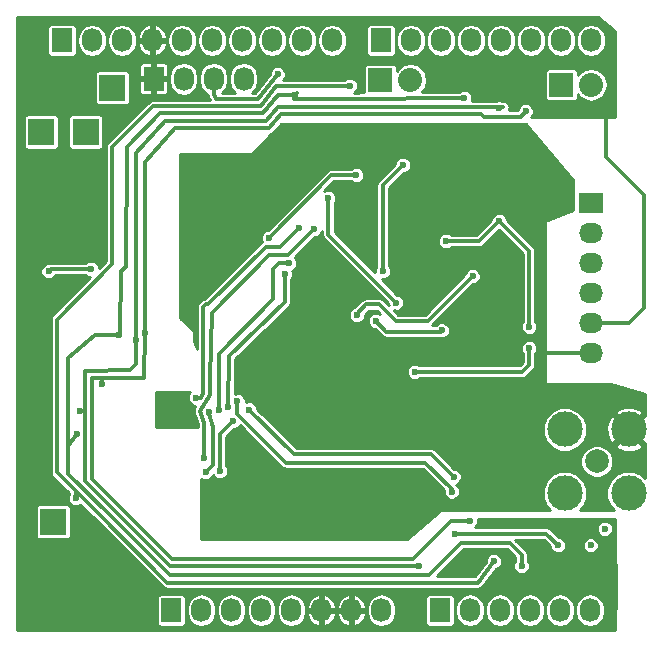
<source format=gbl>
G04 #@! TF.FileFunction,Copper,L2,Bot,Signal*
%FSLAX46Y46*%
G04 Gerber Fmt 4.6, Leading zero omitted, Abs format (unit mm)*
G04 Created by KiCad (PCBNEW (2014-11-17 BZR 5289)-product) date Wed 21 Oct 2015 02:01:30 PM EDT*
%MOMM*%
G01*
G04 APERTURE LIST*
%ADD10C,0.100000*%
%ADD11C,1.998980*%
%ADD12C,3.000000*%
%ADD13R,2.032000X1.727200*%
%ADD14O,2.032000X1.727200*%
%ADD15R,1.727200X2.032000*%
%ADD16O,1.727200X2.032000*%
%ADD17R,2.032000X2.032000*%
%ADD18O,2.032000X2.032000*%
%ADD19R,2.235200X2.235200*%
%ADD20C,0.600000*%
%ADD21C,0.300000*%
%ADD22C,0.254000*%
G04 APERTURE END LIST*
D10*
D11*
X175018000Y-111255000D03*
D12*
X177718020Y-113955020D03*
X177718020Y-108554980D03*
X172317980Y-108554980D03*
X172317980Y-113955020D03*
D13*
X174498000Y-89365000D03*
D14*
X174498000Y-91905000D03*
X174498000Y-94445000D03*
X174498000Y-96985000D03*
X174498000Y-99525000D03*
X174498000Y-102065000D03*
D15*
X137498000Y-78865000D03*
D16*
X140038000Y-78865000D03*
X142578000Y-78865000D03*
X145118000Y-78865000D03*
D15*
X156748000Y-75615000D03*
D16*
X159288000Y-75615000D03*
X161828000Y-75615000D03*
X164368000Y-75615000D03*
X166908000Y-75615000D03*
X169448000Y-75615000D03*
X171988000Y-75615000D03*
X174528000Y-75615000D03*
D15*
X129748000Y-75615000D03*
D16*
X132288000Y-75615000D03*
X134828000Y-75615000D03*
X137368000Y-75615000D03*
X139908000Y-75615000D03*
X142448000Y-75615000D03*
X144988000Y-75615000D03*
X147528000Y-75615000D03*
X150068000Y-75615000D03*
X152608000Y-75615000D03*
D17*
X171998000Y-79365000D03*
D18*
X174538000Y-79365000D03*
D17*
X156698000Y-78965000D03*
D18*
X159238000Y-78965000D03*
D19*
X133998000Y-79615000D03*
X127998000Y-83365000D03*
X131748000Y-83365000D03*
D15*
X161748000Y-123865000D03*
D16*
X164288000Y-123865000D03*
X166828000Y-123865000D03*
X169368000Y-123865000D03*
X171908000Y-123865000D03*
X174448000Y-123865000D03*
D15*
X138998000Y-123865000D03*
D16*
X141538000Y-123865000D03*
X144078000Y-123865000D03*
X146618000Y-123865000D03*
X149158000Y-123865000D03*
X151698000Y-123865000D03*
X154238000Y-123865000D03*
X156778000Y-123865000D03*
D19*
X128998000Y-116365000D03*
D20*
X175698000Y-116965000D03*
X138898000Y-107065000D03*
X159598000Y-103665000D03*
X169298000Y-101665000D03*
X169298000Y-99865000D03*
X166748000Y-90915000D03*
X162248000Y-92615000D03*
X148498000Y-101665000D03*
X153498000Y-102665000D03*
X169198000Y-86265000D03*
X150598000Y-109665000D03*
X164498000Y-108865000D03*
X166498000Y-99465000D03*
X152698000Y-85465000D03*
X149398000Y-87465000D03*
X154648000Y-87015000D03*
X147248000Y-92365000D03*
X152298000Y-88965000D03*
X158048000Y-97815000D03*
X156898000Y-95165000D03*
X158598000Y-86165000D03*
X156298000Y-99365000D03*
X161898000Y-100165000D03*
X154698000Y-98865000D03*
X164498000Y-95565000D03*
X144198000Y-107865000D03*
X143098000Y-112065000D03*
X132798000Y-90365000D03*
X128598000Y-95165000D03*
X132198000Y-94965000D03*
X162748000Y-113815000D03*
X144598000Y-106165000D03*
X147998000Y-78465000D03*
X133098000Y-104665000D03*
X164298000Y-116265000D03*
X136798000Y-100365000D03*
X168998000Y-81615000D03*
X174498000Y-118365000D03*
X131298000Y-106965000D03*
X159998000Y-120115000D03*
X135998000Y-100965000D03*
X162998000Y-117365000D03*
X171748000Y-118365000D03*
X166748000Y-81365000D03*
X130998000Y-108965000D03*
X168648000Y-120115000D03*
X134598000Y-100565000D03*
X163798000Y-80465000D03*
X149498000Y-80265000D03*
X154098000Y-79465000D03*
X130898000Y-114365000D03*
X166298000Y-119715000D03*
X148998000Y-94465000D03*
X142998000Y-106865000D03*
X141798000Y-110965000D03*
X151098000Y-91565000D03*
X162898000Y-112565000D03*
X145598000Y-106865000D03*
X143798000Y-106665000D03*
X148598000Y-95365000D03*
X141098000Y-105865000D03*
X149798000Y-91465000D03*
X142198000Y-107065000D03*
X141898000Y-112165000D03*
D21*
X159598000Y-103665000D02*
X168698000Y-103665000D01*
X168698000Y-103665000D02*
X169298000Y-103065000D01*
X169298000Y-103065000D02*
X169298000Y-101665000D01*
X169298000Y-99865000D02*
X169298000Y-93465000D01*
X169298000Y-93465000D02*
X166748000Y-90915000D01*
X165048000Y-92615000D02*
X166748000Y-90915000D01*
X162248000Y-92615000D02*
X165048000Y-92615000D01*
X174498000Y-102065000D02*
X170598000Y-102065000D01*
X150598000Y-109665000D02*
X150598000Y-109765000D01*
X152548000Y-87015000D02*
X154648000Y-87015000D01*
X147248000Y-92365000D02*
X152548000Y-87015000D01*
X152298000Y-92065000D02*
X152298000Y-88965000D01*
X158048000Y-97815000D02*
X152298000Y-92065000D01*
X156898000Y-87865000D02*
X156898000Y-95165000D01*
X158598000Y-86165000D02*
X156898000Y-87865000D01*
X157198000Y-100265000D02*
X156298000Y-99365000D01*
X161798000Y-100265000D02*
X157198000Y-100265000D01*
X161898000Y-100165000D02*
X161798000Y-100265000D01*
X154698000Y-98865000D02*
X154698000Y-98765000D01*
X154698000Y-98765000D02*
X155498000Y-97965000D01*
X155498000Y-97965000D02*
X156598000Y-97965000D01*
X156598000Y-97965000D02*
X157998000Y-99365000D01*
X157998000Y-99365000D02*
X160698000Y-99365000D01*
X160698000Y-99365000D02*
X164498000Y-95565000D01*
X143098000Y-111565000D02*
X143098000Y-112065000D01*
X144198000Y-107865000D02*
X143098000Y-108965000D01*
X143098000Y-108965000D02*
X143098000Y-111565000D01*
X174498000Y-99525000D02*
X177738000Y-99525000D01*
X175798000Y-85465000D02*
X175798000Y-81865000D01*
X178998000Y-88665000D02*
X175798000Y-85465000D01*
X178998000Y-98265000D02*
X178998000Y-88665000D01*
X177738000Y-99525000D02*
X178998000Y-98265000D01*
X128798000Y-94965000D02*
X128598000Y-95165000D01*
X132198000Y-94965000D02*
X128798000Y-94965000D01*
X162748000Y-113815000D02*
X162748000Y-113615000D01*
X144598000Y-106065000D02*
X144598000Y-106165000D01*
X148698000Y-111365000D02*
X144598000Y-107265000D01*
X144598000Y-107265000D02*
X144598000Y-106065000D01*
X160498000Y-111365000D02*
X148698000Y-111365000D01*
X162748000Y-113615000D02*
X160498000Y-111365000D01*
X142578000Y-80145000D02*
X142578000Y-78865000D01*
X142798000Y-80565000D02*
X142578000Y-80145000D01*
X147998000Y-78465000D02*
X146298000Y-80565000D01*
X146298000Y-80565000D02*
X142798000Y-80565000D01*
X133098000Y-104165000D02*
X133098000Y-104665000D01*
X132298000Y-104165000D02*
X132298000Y-112765000D01*
X136698000Y-104165000D02*
X133098000Y-104165000D01*
X133098000Y-104165000D02*
X132298000Y-104165000D01*
X162698000Y-116265000D02*
X164298000Y-116265000D01*
X159448000Y-119515000D02*
X162698000Y-116265000D01*
X139048000Y-119515000D02*
X159448000Y-119515000D01*
X135328000Y-115795000D02*
X139048000Y-119515000D01*
X136698000Y-104165000D02*
X136748000Y-100365000D01*
X135328000Y-115795000D02*
X132398000Y-112865000D01*
X132298000Y-112765000D02*
X132398000Y-112865000D01*
X136798000Y-100365000D02*
X136748000Y-100365000D01*
X136748000Y-100365000D02*
X136798000Y-100365000D01*
X136798000Y-100365000D02*
X136748000Y-100365000D01*
X136748000Y-95555000D02*
X136748000Y-95545000D01*
X136748000Y-100365000D02*
X136748000Y-95555000D01*
X168598000Y-82065000D02*
X168998000Y-81615000D01*
X139298000Y-83065000D02*
X147298000Y-83065000D01*
X147298000Y-83065000D02*
X148298000Y-81865000D01*
X148298000Y-81865000D02*
X165198000Y-81865000D01*
X165198000Y-81865000D02*
X165498000Y-82065000D01*
X165498000Y-82065000D02*
X168598000Y-82065000D01*
X136818000Y-85795000D02*
X139298000Y-83065000D01*
X136748000Y-85865000D02*
X136818000Y-85795000D01*
X136748000Y-85865000D02*
X136818000Y-85795000D01*
X136748000Y-95555000D02*
X136748000Y-85865000D01*
X131698000Y-106965000D02*
X131298000Y-106965000D01*
X131698000Y-103565000D02*
X131698000Y-106965000D01*
X131698000Y-106965000D02*
X131698000Y-112915000D01*
X131768000Y-103565000D02*
X135498000Y-103545000D01*
X131768000Y-103565000D02*
X131698000Y-103565000D01*
X135498000Y-103545000D02*
X135998000Y-103045000D01*
X135998000Y-100965000D02*
X135998000Y-103045000D01*
X138898000Y-120115000D02*
X159998000Y-120115000D01*
X134298000Y-115515000D02*
X138898000Y-120115000D01*
X131698000Y-112915000D02*
X134298000Y-115515000D01*
X171748000Y-118365000D02*
X170748000Y-117365000D01*
X170748000Y-117365000D02*
X162998000Y-117365000D01*
X167098000Y-81265000D02*
X166748000Y-81365000D01*
X138498000Y-82465000D02*
X146998000Y-82465000D01*
X146998000Y-82465000D02*
X147998000Y-81265000D01*
X147998000Y-81265000D02*
X167098000Y-81265000D01*
X135998000Y-85115000D02*
X138498000Y-82465000D01*
X135998000Y-85115000D02*
X135998000Y-94795000D01*
X135998000Y-100965000D02*
X135998000Y-94795000D01*
X130248000Y-109965000D02*
X130998000Y-108965000D01*
X130248000Y-112315000D02*
X130248000Y-109965000D01*
X130248000Y-109965000D02*
X130248000Y-102515000D01*
X130248000Y-112315000D02*
X133748000Y-115715000D01*
X168648000Y-120115000D02*
X168648000Y-119165000D01*
X168648000Y-119165000D02*
X167648000Y-118165000D01*
X167648000Y-118165000D02*
X163548000Y-118165000D01*
X163548000Y-118165000D02*
X160848000Y-120865000D01*
X160848000Y-120865000D02*
X138898000Y-120865000D01*
X138898000Y-120865000D02*
X138248000Y-120215000D01*
X133748000Y-115715000D02*
X138248000Y-120215000D01*
X132498000Y-100565000D02*
X134598000Y-100565000D01*
X130248000Y-102515000D02*
X132498000Y-100565000D01*
X134588000Y-100555000D02*
X134648000Y-100495000D01*
X134598000Y-100565000D02*
X134588000Y-100555000D01*
X134648000Y-100495000D02*
X134698000Y-95165000D01*
X134698000Y-95165000D02*
X135198000Y-94765000D01*
X135248000Y-84615000D02*
X137998000Y-81765000D01*
X137998000Y-81765000D02*
X146798000Y-81765000D01*
X146798000Y-81765000D02*
X147998000Y-80265000D01*
X147998000Y-80265000D02*
X149498000Y-80265000D01*
X135198000Y-94765000D02*
X135248000Y-84615000D01*
X153898000Y-80565000D02*
X163798000Y-80465000D01*
X149498000Y-80265000D02*
X149598000Y-80065000D01*
X149598000Y-80065000D02*
X149398000Y-80565000D01*
X149398000Y-80565000D02*
X153998000Y-80565000D01*
X153998000Y-80565000D02*
X153898000Y-80565000D01*
X133998000Y-84615000D02*
X137448000Y-81165000D01*
X129298000Y-99245000D02*
X129298000Y-102945000D01*
X133998000Y-94545000D02*
X133998000Y-85115000D01*
X133998000Y-84615000D02*
X133998000Y-85115000D01*
X154098000Y-79465000D02*
X147898000Y-79465000D01*
X146598000Y-81165000D02*
X147898000Y-79465000D01*
X129298000Y-112165000D02*
X129298000Y-107695000D01*
X129298000Y-107695000D02*
X129298000Y-102945000D01*
X130398000Y-113265000D02*
X130548000Y-113415000D01*
X130398000Y-113265000D02*
X129298000Y-112165000D01*
X133998000Y-94545000D02*
X129298000Y-99245000D01*
X137448000Y-81165000D02*
X146598000Y-81165000D01*
X130548000Y-113415000D02*
X130898000Y-113765000D01*
X130898000Y-113765000D02*
X130898000Y-114365000D01*
X132798000Y-115665000D02*
X130548000Y-113415000D01*
X164948000Y-121515000D02*
X166298000Y-119715000D01*
X138648000Y-121515000D02*
X164948000Y-121515000D01*
X138648000Y-121515000D02*
X132798000Y-115665000D01*
X148098000Y-94465000D02*
X148998000Y-94465000D01*
X147598000Y-94965000D02*
X148098000Y-94465000D01*
X147598000Y-97465000D02*
X147598000Y-94965000D01*
X142998000Y-102165000D02*
X147598000Y-97465000D01*
X142998000Y-103865000D02*
X142998000Y-102165000D01*
X142998000Y-106865000D02*
X142998000Y-103865000D01*
X147398000Y-93765000D02*
X147298000Y-93765000D01*
X141398000Y-106965000D02*
X141798000Y-107965000D01*
X141798000Y-107965000D02*
X141798000Y-110965000D01*
X142298000Y-104265000D02*
X142298000Y-105665000D01*
X142398000Y-98665000D02*
X142298000Y-104265000D01*
X148898000Y-93765000D02*
X147398000Y-93765000D01*
X151098000Y-91565000D02*
X148898000Y-93765000D01*
X142298000Y-105665000D02*
X141398000Y-106965000D01*
X147298000Y-93765000D02*
X142398000Y-98665000D01*
X160998000Y-110665000D02*
X162898000Y-112565000D01*
X149398000Y-110665000D02*
X160998000Y-110665000D01*
X145598000Y-106865000D02*
X149398000Y-110665000D01*
X143798000Y-106665000D02*
X143898000Y-102365000D01*
X143898000Y-102365000D02*
X148598000Y-97765000D01*
X148598000Y-97765000D02*
X148598000Y-95365000D01*
X148198000Y-93065000D02*
X146998000Y-93065000D01*
X141098000Y-105865000D02*
X141498000Y-105865000D01*
X141498000Y-105865000D02*
X141698000Y-105465000D01*
X141698000Y-105465000D02*
X141697998Y-98165002D01*
X141697998Y-98165002D02*
X141898000Y-97965000D01*
X142498000Y-108365000D02*
X142198000Y-107265000D01*
X142498000Y-108365000D02*
X142498000Y-111565000D01*
X149798000Y-91465000D02*
X148198000Y-93065000D01*
X141898000Y-112165000D02*
X142498000Y-111565000D01*
X142198000Y-107265000D02*
X142198000Y-107065000D01*
X142098000Y-97965000D02*
X141898000Y-97965000D01*
X146998000Y-93065000D02*
X142098000Y-97965000D01*
D22*
G36*
X141267000Y-108338000D02*
X140298000Y-108338000D01*
X137725000Y-108338000D01*
X137725000Y-105392000D01*
X140607904Y-105392000D01*
X140521013Y-105478741D01*
X140417118Y-105728946D01*
X140416882Y-105999865D01*
X140520339Y-106250252D01*
X140711741Y-106441987D01*
X140961946Y-106545882D01*
X141042276Y-106545951D01*
X140961416Y-106662750D01*
X140940158Y-106711767D01*
X140909934Y-106755829D01*
X140899340Y-106805890D01*
X140878983Y-106852831D01*
X140878101Y-106906250D01*
X140867039Y-106958526D01*
X140876409Y-107008829D01*
X140875565Y-107059988D01*
X140895195Y-107109682D01*
X140904979Y-107162208D01*
X141267000Y-108067260D01*
X141267000Y-108338000D01*
X141267000Y-108338000D01*
G37*
X141267000Y-108338000D02*
X140298000Y-108338000D01*
X137725000Y-108338000D01*
X137725000Y-105392000D01*
X140607904Y-105392000D01*
X140521013Y-105478741D01*
X140417118Y-105728946D01*
X140416882Y-105999865D01*
X140520339Y-106250252D01*
X140711741Y-106441987D01*
X140961946Y-106545882D01*
X141042276Y-106545951D01*
X140961416Y-106662750D01*
X140940158Y-106711767D01*
X140909934Y-106755829D01*
X140899340Y-106805890D01*
X140878983Y-106852831D01*
X140878101Y-106906250D01*
X140867039Y-106958526D01*
X140876409Y-107008829D01*
X140875565Y-107059988D01*
X140895195Y-107109682D01*
X140904979Y-107162208D01*
X141267000Y-108067260D01*
X141267000Y-108338000D01*
G36*
X179122000Y-112698992D02*
X178913858Y-112490486D01*
X178913858Y-109930424D01*
X177718020Y-108734585D01*
X177538415Y-108914190D01*
X177538415Y-108554980D01*
X176342576Y-107359142D01*
X176095203Y-107532915D01*
X175827605Y-108231740D01*
X175847806Y-108979776D01*
X176095203Y-109577045D01*
X176342576Y-109750818D01*
X177538415Y-108554980D01*
X177538415Y-108914190D01*
X176522182Y-109930424D01*
X176695955Y-110177797D01*
X177394780Y-110445395D01*
X178142816Y-110425194D01*
X178740085Y-110177797D01*
X178913858Y-109930424D01*
X178913858Y-112490486D01*
X178784912Y-112361316D01*
X178093816Y-112074347D01*
X177345507Y-112073694D01*
X176653911Y-112359456D01*
X176398729Y-112614193D01*
X176398729Y-110981608D01*
X176189005Y-110474037D01*
X175801006Y-110085360D01*
X175293801Y-109874751D01*
X174744608Y-109874271D01*
X174237037Y-110083995D01*
X174199306Y-110121660D01*
X174199306Y-108182467D01*
X173913544Y-107490871D01*
X173384872Y-106961276D01*
X172693776Y-106674307D01*
X171945467Y-106673654D01*
X171253871Y-106959416D01*
X170724276Y-107488088D01*
X170437307Y-108179184D01*
X170436654Y-108927493D01*
X170722416Y-109619089D01*
X171251088Y-110148684D01*
X171942184Y-110435653D01*
X172690493Y-110436306D01*
X173382089Y-110150544D01*
X173911684Y-109621872D01*
X174198653Y-108930776D01*
X174199306Y-108182467D01*
X174199306Y-110121660D01*
X173848360Y-110471994D01*
X173637751Y-110979199D01*
X173637271Y-111528392D01*
X173846995Y-112035963D01*
X174234994Y-112424640D01*
X174742199Y-112635249D01*
X175291392Y-112635729D01*
X175798963Y-112426005D01*
X176187640Y-112038006D01*
X176398249Y-111530801D01*
X176398729Y-110981608D01*
X176398729Y-112614193D01*
X176124316Y-112888128D01*
X175837347Y-113579224D01*
X175836694Y-114327533D01*
X176122456Y-115019129D01*
X176440771Y-115338000D01*
X173595044Y-115338000D01*
X173911684Y-115021912D01*
X174198653Y-114330816D01*
X174199306Y-113582507D01*
X173913544Y-112890911D01*
X173384872Y-112361316D01*
X172693776Y-112074347D01*
X171945467Y-112073694D01*
X171253871Y-112359456D01*
X170724276Y-112888128D01*
X170437307Y-113579224D01*
X170436654Y-114327533D01*
X170722416Y-115019129D01*
X171040731Y-115338000D01*
X169979118Y-115338000D01*
X169979118Y-101530135D01*
X169979118Y-99730135D01*
X169875661Y-99479748D01*
X169829000Y-99433005D01*
X169829000Y-93465005D01*
X169829000Y-93465000D01*
X169829001Y-93465000D01*
X169788580Y-93261795D01*
X169673474Y-93089527D01*
X169673474Y-93089526D01*
X169673470Y-93089523D01*
X167429061Y-90845113D01*
X167429118Y-90780135D01*
X167325661Y-90529748D01*
X167134259Y-90338013D01*
X166884054Y-90234118D01*
X166613135Y-90233882D01*
X166362748Y-90337339D01*
X166171013Y-90528741D01*
X166067118Y-90778946D01*
X166067060Y-90844991D01*
X164828052Y-92084000D01*
X162680166Y-92084000D01*
X162634259Y-92038013D01*
X162384054Y-91934118D01*
X162113135Y-91933882D01*
X161862748Y-92037339D01*
X161671013Y-92228741D01*
X161567118Y-92478946D01*
X161566882Y-92749865D01*
X161670339Y-93000252D01*
X161861741Y-93191987D01*
X162111946Y-93295882D01*
X162382865Y-93296118D01*
X162633252Y-93192661D01*
X162679994Y-93146000D01*
X165048000Y-93146000D01*
X165251205Y-93105580D01*
X165423474Y-92990474D01*
X166748000Y-91665947D01*
X168767000Y-93684947D01*
X168767000Y-99432833D01*
X168721013Y-99478741D01*
X168617118Y-99728946D01*
X168616882Y-99999865D01*
X168720339Y-100250252D01*
X168911741Y-100441987D01*
X169161946Y-100545882D01*
X169432865Y-100546118D01*
X169683252Y-100442661D01*
X169874987Y-100251259D01*
X169978882Y-100001054D01*
X169979118Y-99730135D01*
X169979118Y-101530135D01*
X169875661Y-101279748D01*
X169684259Y-101088013D01*
X169434054Y-100984118D01*
X169163135Y-100983882D01*
X168912748Y-101087339D01*
X168721013Y-101278741D01*
X168617118Y-101528946D01*
X168616882Y-101799865D01*
X168720339Y-102050252D01*
X168767000Y-102096994D01*
X168767000Y-102845052D01*
X168478052Y-103134000D01*
X160030166Y-103134000D01*
X159984259Y-103088013D01*
X159734054Y-102984118D01*
X159463135Y-102983882D01*
X159212748Y-103087339D01*
X159021013Y-103278741D01*
X158917118Y-103528946D01*
X158916882Y-103799865D01*
X159020339Y-104050252D01*
X159211741Y-104241987D01*
X159461946Y-104345882D01*
X159732865Y-104346118D01*
X159983252Y-104242661D01*
X160029994Y-104196000D01*
X168698000Y-104196000D01*
X168901205Y-104155580D01*
X169073474Y-104040474D01*
X169673474Y-103440474D01*
X169788580Y-103268205D01*
X169829000Y-103065000D01*
X169829000Y-102097166D01*
X169874987Y-102051259D01*
X169978882Y-101801054D01*
X169979118Y-101530135D01*
X169979118Y-115338000D01*
X167798000Y-115338000D01*
X161850815Y-115338000D01*
X158950815Y-117838000D01*
X141525000Y-117838000D01*
X141525000Y-112747492D01*
X141761946Y-112845882D01*
X142032865Y-112846118D01*
X142283252Y-112742661D01*
X142474987Y-112551259D01*
X142518638Y-112446135D01*
X142520339Y-112450252D01*
X142711741Y-112641987D01*
X142961946Y-112745882D01*
X143232865Y-112746118D01*
X143483252Y-112642661D01*
X143674987Y-112451259D01*
X143778882Y-112201054D01*
X143779118Y-111930135D01*
X143675661Y-111679748D01*
X143629000Y-111633005D01*
X143629000Y-111565000D01*
X143629000Y-109184948D01*
X144267886Y-108546061D01*
X144332865Y-108546118D01*
X144583252Y-108442661D01*
X144774987Y-108251259D01*
X144792099Y-108210047D01*
X148322523Y-111740470D01*
X148322526Y-111740474D01*
X148322527Y-111740474D01*
X148494795Y-111855580D01*
X148698000Y-111896001D01*
X148698000Y-111896000D01*
X148698005Y-111896000D01*
X160278052Y-111896000D01*
X162067112Y-113685059D01*
X162066882Y-113949865D01*
X162170339Y-114200252D01*
X162361741Y-114391987D01*
X162611946Y-114495882D01*
X162882865Y-114496118D01*
X163133252Y-114392661D01*
X163324987Y-114201259D01*
X163428882Y-113951054D01*
X163429118Y-113680135D01*
X163325661Y-113429748D01*
X163134259Y-113238013D01*
X163113226Y-113229279D01*
X163101645Y-113217698D01*
X163283252Y-113142661D01*
X163474987Y-112951259D01*
X163578882Y-112701054D01*
X163579118Y-112430135D01*
X163475661Y-112179748D01*
X163284259Y-111988013D01*
X163034054Y-111884118D01*
X162968008Y-111884060D01*
X161373474Y-110289526D01*
X161201205Y-110174420D01*
X160998000Y-110134000D01*
X149617947Y-110134000D01*
X146279061Y-106795113D01*
X146279118Y-106730135D01*
X146175661Y-106479748D01*
X145984259Y-106288013D01*
X145734054Y-106184118D01*
X145463135Y-106183882D01*
X145278917Y-106259998D01*
X145279118Y-106030135D01*
X145175661Y-105779748D01*
X144984259Y-105588013D01*
X144734054Y-105484118D01*
X144463135Y-105483882D01*
X144355577Y-105528323D01*
X144423832Y-102593357D01*
X148969415Y-98144489D01*
X148971055Y-98142089D01*
X148973474Y-98140474D01*
X149029476Y-98056659D01*
X149086367Y-97973468D01*
X149086964Y-97970622D01*
X149088580Y-97968205D01*
X149108234Y-97869396D01*
X149128970Y-97770710D01*
X149128433Y-97767850D01*
X149129000Y-97765000D01*
X149129000Y-95797166D01*
X149174987Y-95751259D01*
X149278882Y-95501054D01*
X149279118Y-95230135D01*
X149228137Y-95106752D01*
X149383252Y-95042661D01*
X149574987Y-94851259D01*
X149678882Y-94601054D01*
X149679118Y-94330135D01*
X149575661Y-94079748D01*
X149455035Y-93958912D01*
X151167886Y-92246061D01*
X151232865Y-92246118D01*
X151483252Y-92142661D01*
X151674987Y-91951259D01*
X151767000Y-91729668D01*
X151767000Y-92065000D01*
X151807420Y-92268205D01*
X151922526Y-92440474D01*
X157366938Y-97884886D01*
X157366882Y-97949865D01*
X157390166Y-98006218D01*
X156973474Y-97589526D01*
X156801205Y-97474420D01*
X156598000Y-97434000D01*
X155498005Y-97434000D01*
X155498000Y-97433999D01*
X155294795Y-97474420D01*
X155122526Y-97589526D01*
X154503550Y-98208501D01*
X154312748Y-98287339D01*
X154121013Y-98478741D01*
X154017118Y-98728946D01*
X154016882Y-98999865D01*
X154120339Y-99250252D01*
X154311741Y-99441987D01*
X154561946Y-99545882D01*
X154832865Y-99546118D01*
X155083252Y-99442661D01*
X155274987Y-99251259D01*
X155378882Y-99001054D01*
X155379026Y-98834921D01*
X155717948Y-98496000D01*
X156378052Y-98496000D01*
X156659985Y-98777933D01*
X156434054Y-98684118D01*
X156163135Y-98683882D01*
X155912748Y-98787339D01*
X155721013Y-98978741D01*
X155617118Y-99228946D01*
X155616882Y-99499865D01*
X155720339Y-99750252D01*
X155911741Y-99941987D01*
X156161946Y-100045882D01*
X156227991Y-100045939D01*
X156822526Y-100640474D01*
X156994795Y-100755580D01*
X157198000Y-100796000D01*
X161641817Y-100796000D01*
X161761946Y-100845882D01*
X162032865Y-100846118D01*
X162283252Y-100742661D01*
X162474987Y-100551259D01*
X162578882Y-100301054D01*
X162579118Y-100030135D01*
X162475661Y-99779748D01*
X162284259Y-99588013D01*
X162034054Y-99484118D01*
X161763135Y-99483882D01*
X161512748Y-99587339D01*
X161365831Y-99734000D01*
X161079947Y-99734000D01*
X164567885Y-96246061D01*
X164632865Y-96246118D01*
X164883252Y-96142661D01*
X165074987Y-95951259D01*
X165178882Y-95701054D01*
X165179118Y-95430135D01*
X165075661Y-95179748D01*
X164884259Y-94988013D01*
X164634054Y-94884118D01*
X164363135Y-94883882D01*
X164112748Y-94987339D01*
X163921013Y-95178741D01*
X163817118Y-95428946D01*
X163817060Y-95494992D01*
X160478052Y-98834000D01*
X158217948Y-98834000D01*
X157857024Y-98473076D01*
X157911946Y-98495882D01*
X158182865Y-98496118D01*
X158433252Y-98392661D01*
X158624987Y-98201259D01*
X158728882Y-97951054D01*
X158729118Y-97680135D01*
X158625661Y-97429748D01*
X158434259Y-97238013D01*
X158184054Y-97134118D01*
X158118008Y-97134060D01*
X156829889Y-95845941D01*
X157032865Y-95846118D01*
X157283252Y-95742661D01*
X157474987Y-95551259D01*
X157578882Y-95301054D01*
X157579118Y-95030135D01*
X157475661Y-94779748D01*
X157429000Y-94733005D01*
X157429000Y-88084948D01*
X158667886Y-86846061D01*
X158732865Y-86846118D01*
X158983252Y-86742661D01*
X159174987Y-86551259D01*
X159278882Y-86301054D01*
X159279118Y-86030135D01*
X159175661Y-85779748D01*
X158984259Y-85588013D01*
X158734054Y-85484118D01*
X158463135Y-85483882D01*
X158212748Y-85587339D01*
X158021013Y-85778741D01*
X157917118Y-86028946D01*
X157917060Y-86094991D01*
X156522526Y-87489526D01*
X156407420Y-87661795D01*
X156367000Y-87865000D01*
X156367000Y-94732833D01*
X156321013Y-94778741D01*
X156217118Y-95028946D01*
X156216940Y-95232992D01*
X152829000Y-91845052D01*
X152829000Y-89397166D01*
X152874987Y-89351259D01*
X152978882Y-89101054D01*
X152979118Y-88830135D01*
X152875661Y-88579748D01*
X152684259Y-88388013D01*
X152434054Y-88284118D01*
X152163135Y-88283882D01*
X151951999Y-88371120D01*
X152769409Y-87546000D01*
X154215833Y-87546000D01*
X154261741Y-87591987D01*
X154511946Y-87695882D01*
X154782865Y-87696118D01*
X155033252Y-87592661D01*
X155224987Y-87401259D01*
X155328882Y-87151054D01*
X155329118Y-86880135D01*
X155225661Y-86629748D01*
X155034259Y-86438013D01*
X154784054Y-86334118D01*
X154513135Y-86333882D01*
X154262748Y-86437339D01*
X154216005Y-86484000D01*
X152548000Y-86484000D01*
X152546753Y-86484247D01*
X152545507Y-86484006D01*
X152445169Y-86504454D01*
X152344795Y-86524420D01*
X152343739Y-86525125D01*
X152342494Y-86525379D01*
X152257648Y-86582649D01*
X152172526Y-86639526D01*
X152171819Y-86640583D01*
X152170768Y-86641293D01*
X147175252Y-91683936D01*
X147113135Y-91683882D01*
X146862748Y-91787339D01*
X146671013Y-91978741D01*
X146567118Y-92228946D01*
X146566882Y-92499865D01*
X146640331Y-92677628D01*
X146622526Y-92689526D01*
X146622523Y-92689529D01*
X141873099Y-97438952D01*
X141728509Y-97467713D01*
X141694795Y-97474420D01*
X141522526Y-97589526D01*
X141522523Y-97589529D01*
X141322524Y-97789528D01*
X141207418Y-97961797D01*
X141166998Y-98165002D01*
X141166998Y-101708123D01*
X140925000Y-101042626D01*
X140925000Y-100209132D01*
X139725000Y-99109132D01*
X139725000Y-93665000D01*
X139725000Y-85192000D01*
X145852130Y-85192000D01*
X147402320Y-83577218D01*
X147422777Y-83571180D01*
X147501205Y-83555580D01*
X147521442Y-83542057D01*
X147544785Y-83535168D01*
X147606977Y-83484905D01*
X147673474Y-83440474D01*
X147686997Y-83420235D01*
X147705925Y-83404938D01*
X148300040Y-82692000D01*
X153198000Y-82692000D01*
X169036961Y-82692000D01*
X169399714Y-83145441D01*
X172971000Y-87411144D01*
X172971000Y-89978319D01*
X170671000Y-90878319D01*
X170671000Y-104692000D01*
X176179937Y-104692000D01*
X179122000Y-105546147D01*
X179122000Y-107379187D01*
X179093464Y-107359142D01*
X178913858Y-107538747D01*
X178913858Y-107179536D01*
X178740085Y-106932163D01*
X178041260Y-106664565D01*
X177293224Y-106684766D01*
X176695955Y-106932163D01*
X176522182Y-107179536D01*
X177718020Y-108375375D01*
X178913858Y-107179536D01*
X178913858Y-107538747D01*
X177897625Y-108554980D01*
X179093464Y-109750818D01*
X179122000Y-109730772D01*
X179122000Y-112698992D01*
X179122000Y-112698992D01*
G37*
X179122000Y-112698992D02*
X178913858Y-112490486D01*
X178913858Y-109930424D01*
X177718020Y-108734585D01*
X177538415Y-108914190D01*
X177538415Y-108554980D01*
X176342576Y-107359142D01*
X176095203Y-107532915D01*
X175827605Y-108231740D01*
X175847806Y-108979776D01*
X176095203Y-109577045D01*
X176342576Y-109750818D01*
X177538415Y-108554980D01*
X177538415Y-108914190D01*
X176522182Y-109930424D01*
X176695955Y-110177797D01*
X177394780Y-110445395D01*
X178142816Y-110425194D01*
X178740085Y-110177797D01*
X178913858Y-109930424D01*
X178913858Y-112490486D01*
X178784912Y-112361316D01*
X178093816Y-112074347D01*
X177345507Y-112073694D01*
X176653911Y-112359456D01*
X176398729Y-112614193D01*
X176398729Y-110981608D01*
X176189005Y-110474037D01*
X175801006Y-110085360D01*
X175293801Y-109874751D01*
X174744608Y-109874271D01*
X174237037Y-110083995D01*
X174199306Y-110121660D01*
X174199306Y-108182467D01*
X173913544Y-107490871D01*
X173384872Y-106961276D01*
X172693776Y-106674307D01*
X171945467Y-106673654D01*
X171253871Y-106959416D01*
X170724276Y-107488088D01*
X170437307Y-108179184D01*
X170436654Y-108927493D01*
X170722416Y-109619089D01*
X171251088Y-110148684D01*
X171942184Y-110435653D01*
X172690493Y-110436306D01*
X173382089Y-110150544D01*
X173911684Y-109621872D01*
X174198653Y-108930776D01*
X174199306Y-108182467D01*
X174199306Y-110121660D01*
X173848360Y-110471994D01*
X173637751Y-110979199D01*
X173637271Y-111528392D01*
X173846995Y-112035963D01*
X174234994Y-112424640D01*
X174742199Y-112635249D01*
X175291392Y-112635729D01*
X175798963Y-112426005D01*
X176187640Y-112038006D01*
X176398249Y-111530801D01*
X176398729Y-110981608D01*
X176398729Y-112614193D01*
X176124316Y-112888128D01*
X175837347Y-113579224D01*
X175836694Y-114327533D01*
X176122456Y-115019129D01*
X176440771Y-115338000D01*
X173595044Y-115338000D01*
X173911684Y-115021912D01*
X174198653Y-114330816D01*
X174199306Y-113582507D01*
X173913544Y-112890911D01*
X173384872Y-112361316D01*
X172693776Y-112074347D01*
X171945467Y-112073694D01*
X171253871Y-112359456D01*
X170724276Y-112888128D01*
X170437307Y-113579224D01*
X170436654Y-114327533D01*
X170722416Y-115019129D01*
X171040731Y-115338000D01*
X169979118Y-115338000D01*
X169979118Y-101530135D01*
X169979118Y-99730135D01*
X169875661Y-99479748D01*
X169829000Y-99433005D01*
X169829000Y-93465005D01*
X169829000Y-93465000D01*
X169829001Y-93465000D01*
X169788580Y-93261795D01*
X169673474Y-93089527D01*
X169673474Y-93089526D01*
X169673470Y-93089523D01*
X167429061Y-90845113D01*
X167429118Y-90780135D01*
X167325661Y-90529748D01*
X167134259Y-90338013D01*
X166884054Y-90234118D01*
X166613135Y-90233882D01*
X166362748Y-90337339D01*
X166171013Y-90528741D01*
X166067118Y-90778946D01*
X166067060Y-90844991D01*
X164828052Y-92084000D01*
X162680166Y-92084000D01*
X162634259Y-92038013D01*
X162384054Y-91934118D01*
X162113135Y-91933882D01*
X161862748Y-92037339D01*
X161671013Y-92228741D01*
X161567118Y-92478946D01*
X161566882Y-92749865D01*
X161670339Y-93000252D01*
X161861741Y-93191987D01*
X162111946Y-93295882D01*
X162382865Y-93296118D01*
X162633252Y-93192661D01*
X162679994Y-93146000D01*
X165048000Y-93146000D01*
X165251205Y-93105580D01*
X165423474Y-92990474D01*
X166748000Y-91665947D01*
X168767000Y-93684947D01*
X168767000Y-99432833D01*
X168721013Y-99478741D01*
X168617118Y-99728946D01*
X168616882Y-99999865D01*
X168720339Y-100250252D01*
X168911741Y-100441987D01*
X169161946Y-100545882D01*
X169432865Y-100546118D01*
X169683252Y-100442661D01*
X169874987Y-100251259D01*
X169978882Y-100001054D01*
X169979118Y-99730135D01*
X169979118Y-101530135D01*
X169875661Y-101279748D01*
X169684259Y-101088013D01*
X169434054Y-100984118D01*
X169163135Y-100983882D01*
X168912748Y-101087339D01*
X168721013Y-101278741D01*
X168617118Y-101528946D01*
X168616882Y-101799865D01*
X168720339Y-102050252D01*
X168767000Y-102096994D01*
X168767000Y-102845052D01*
X168478052Y-103134000D01*
X160030166Y-103134000D01*
X159984259Y-103088013D01*
X159734054Y-102984118D01*
X159463135Y-102983882D01*
X159212748Y-103087339D01*
X159021013Y-103278741D01*
X158917118Y-103528946D01*
X158916882Y-103799865D01*
X159020339Y-104050252D01*
X159211741Y-104241987D01*
X159461946Y-104345882D01*
X159732865Y-104346118D01*
X159983252Y-104242661D01*
X160029994Y-104196000D01*
X168698000Y-104196000D01*
X168901205Y-104155580D01*
X169073474Y-104040474D01*
X169673474Y-103440474D01*
X169788580Y-103268205D01*
X169829000Y-103065000D01*
X169829000Y-102097166D01*
X169874987Y-102051259D01*
X169978882Y-101801054D01*
X169979118Y-101530135D01*
X169979118Y-115338000D01*
X167798000Y-115338000D01*
X161850815Y-115338000D01*
X158950815Y-117838000D01*
X141525000Y-117838000D01*
X141525000Y-112747492D01*
X141761946Y-112845882D01*
X142032865Y-112846118D01*
X142283252Y-112742661D01*
X142474987Y-112551259D01*
X142518638Y-112446135D01*
X142520339Y-112450252D01*
X142711741Y-112641987D01*
X142961946Y-112745882D01*
X143232865Y-112746118D01*
X143483252Y-112642661D01*
X143674987Y-112451259D01*
X143778882Y-112201054D01*
X143779118Y-111930135D01*
X143675661Y-111679748D01*
X143629000Y-111633005D01*
X143629000Y-111565000D01*
X143629000Y-109184948D01*
X144267886Y-108546061D01*
X144332865Y-108546118D01*
X144583252Y-108442661D01*
X144774987Y-108251259D01*
X144792099Y-108210047D01*
X148322523Y-111740470D01*
X148322526Y-111740474D01*
X148322527Y-111740474D01*
X148494795Y-111855580D01*
X148698000Y-111896001D01*
X148698000Y-111896000D01*
X148698005Y-111896000D01*
X160278052Y-111896000D01*
X162067112Y-113685059D01*
X162066882Y-113949865D01*
X162170339Y-114200252D01*
X162361741Y-114391987D01*
X162611946Y-114495882D01*
X162882865Y-114496118D01*
X163133252Y-114392661D01*
X163324987Y-114201259D01*
X163428882Y-113951054D01*
X163429118Y-113680135D01*
X163325661Y-113429748D01*
X163134259Y-113238013D01*
X163113226Y-113229279D01*
X163101645Y-113217698D01*
X163283252Y-113142661D01*
X163474987Y-112951259D01*
X163578882Y-112701054D01*
X163579118Y-112430135D01*
X163475661Y-112179748D01*
X163284259Y-111988013D01*
X163034054Y-111884118D01*
X162968008Y-111884060D01*
X161373474Y-110289526D01*
X161201205Y-110174420D01*
X160998000Y-110134000D01*
X149617947Y-110134000D01*
X146279061Y-106795113D01*
X146279118Y-106730135D01*
X146175661Y-106479748D01*
X145984259Y-106288013D01*
X145734054Y-106184118D01*
X145463135Y-106183882D01*
X145278917Y-106259998D01*
X145279118Y-106030135D01*
X145175661Y-105779748D01*
X144984259Y-105588013D01*
X144734054Y-105484118D01*
X144463135Y-105483882D01*
X144355577Y-105528323D01*
X144423832Y-102593357D01*
X148969415Y-98144489D01*
X148971055Y-98142089D01*
X148973474Y-98140474D01*
X149029476Y-98056659D01*
X149086367Y-97973468D01*
X149086964Y-97970622D01*
X149088580Y-97968205D01*
X149108234Y-97869396D01*
X149128970Y-97770710D01*
X149128433Y-97767850D01*
X149129000Y-97765000D01*
X149129000Y-95797166D01*
X149174987Y-95751259D01*
X149278882Y-95501054D01*
X149279118Y-95230135D01*
X149228137Y-95106752D01*
X149383252Y-95042661D01*
X149574987Y-94851259D01*
X149678882Y-94601054D01*
X149679118Y-94330135D01*
X149575661Y-94079748D01*
X149455035Y-93958912D01*
X151167886Y-92246061D01*
X151232865Y-92246118D01*
X151483252Y-92142661D01*
X151674987Y-91951259D01*
X151767000Y-91729668D01*
X151767000Y-92065000D01*
X151807420Y-92268205D01*
X151922526Y-92440474D01*
X157366938Y-97884886D01*
X157366882Y-97949865D01*
X157390166Y-98006218D01*
X156973474Y-97589526D01*
X156801205Y-97474420D01*
X156598000Y-97434000D01*
X155498005Y-97434000D01*
X155498000Y-97433999D01*
X155294795Y-97474420D01*
X155122526Y-97589526D01*
X154503550Y-98208501D01*
X154312748Y-98287339D01*
X154121013Y-98478741D01*
X154017118Y-98728946D01*
X154016882Y-98999865D01*
X154120339Y-99250252D01*
X154311741Y-99441987D01*
X154561946Y-99545882D01*
X154832865Y-99546118D01*
X155083252Y-99442661D01*
X155274987Y-99251259D01*
X155378882Y-99001054D01*
X155379026Y-98834921D01*
X155717948Y-98496000D01*
X156378052Y-98496000D01*
X156659985Y-98777933D01*
X156434054Y-98684118D01*
X156163135Y-98683882D01*
X155912748Y-98787339D01*
X155721013Y-98978741D01*
X155617118Y-99228946D01*
X155616882Y-99499865D01*
X155720339Y-99750252D01*
X155911741Y-99941987D01*
X156161946Y-100045882D01*
X156227991Y-100045939D01*
X156822526Y-100640474D01*
X156994795Y-100755580D01*
X157198000Y-100796000D01*
X161641817Y-100796000D01*
X161761946Y-100845882D01*
X162032865Y-100846118D01*
X162283252Y-100742661D01*
X162474987Y-100551259D01*
X162578882Y-100301054D01*
X162579118Y-100030135D01*
X162475661Y-99779748D01*
X162284259Y-99588013D01*
X162034054Y-99484118D01*
X161763135Y-99483882D01*
X161512748Y-99587339D01*
X161365831Y-99734000D01*
X161079947Y-99734000D01*
X164567885Y-96246061D01*
X164632865Y-96246118D01*
X164883252Y-96142661D01*
X165074987Y-95951259D01*
X165178882Y-95701054D01*
X165179118Y-95430135D01*
X165075661Y-95179748D01*
X164884259Y-94988013D01*
X164634054Y-94884118D01*
X164363135Y-94883882D01*
X164112748Y-94987339D01*
X163921013Y-95178741D01*
X163817118Y-95428946D01*
X163817060Y-95494992D01*
X160478052Y-98834000D01*
X158217948Y-98834000D01*
X157857024Y-98473076D01*
X157911946Y-98495882D01*
X158182865Y-98496118D01*
X158433252Y-98392661D01*
X158624987Y-98201259D01*
X158728882Y-97951054D01*
X158729118Y-97680135D01*
X158625661Y-97429748D01*
X158434259Y-97238013D01*
X158184054Y-97134118D01*
X158118008Y-97134060D01*
X156829889Y-95845941D01*
X157032865Y-95846118D01*
X157283252Y-95742661D01*
X157474987Y-95551259D01*
X157578882Y-95301054D01*
X157579118Y-95030135D01*
X157475661Y-94779748D01*
X157429000Y-94733005D01*
X157429000Y-88084948D01*
X158667886Y-86846061D01*
X158732865Y-86846118D01*
X158983252Y-86742661D01*
X159174987Y-86551259D01*
X159278882Y-86301054D01*
X159279118Y-86030135D01*
X159175661Y-85779748D01*
X158984259Y-85588013D01*
X158734054Y-85484118D01*
X158463135Y-85483882D01*
X158212748Y-85587339D01*
X158021013Y-85778741D01*
X157917118Y-86028946D01*
X157917060Y-86094991D01*
X156522526Y-87489526D01*
X156407420Y-87661795D01*
X156367000Y-87865000D01*
X156367000Y-94732833D01*
X156321013Y-94778741D01*
X156217118Y-95028946D01*
X156216940Y-95232992D01*
X152829000Y-91845052D01*
X152829000Y-89397166D01*
X152874987Y-89351259D01*
X152978882Y-89101054D01*
X152979118Y-88830135D01*
X152875661Y-88579748D01*
X152684259Y-88388013D01*
X152434054Y-88284118D01*
X152163135Y-88283882D01*
X151951999Y-88371120D01*
X152769409Y-87546000D01*
X154215833Y-87546000D01*
X154261741Y-87591987D01*
X154511946Y-87695882D01*
X154782865Y-87696118D01*
X155033252Y-87592661D01*
X155224987Y-87401259D01*
X155328882Y-87151054D01*
X155329118Y-86880135D01*
X155225661Y-86629748D01*
X155034259Y-86438013D01*
X154784054Y-86334118D01*
X154513135Y-86333882D01*
X154262748Y-86437339D01*
X154216005Y-86484000D01*
X152548000Y-86484000D01*
X152546753Y-86484247D01*
X152545507Y-86484006D01*
X152445169Y-86504454D01*
X152344795Y-86524420D01*
X152343739Y-86525125D01*
X152342494Y-86525379D01*
X152257648Y-86582649D01*
X152172526Y-86639526D01*
X152171819Y-86640583D01*
X152170768Y-86641293D01*
X147175252Y-91683936D01*
X147113135Y-91683882D01*
X146862748Y-91787339D01*
X146671013Y-91978741D01*
X146567118Y-92228946D01*
X146566882Y-92499865D01*
X146640331Y-92677628D01*
X146622526Y-92689526D01*
X146622523Y-92689529D01*
X141873099Y-97438952D01*
X141728509Y-97467713D01*
X141694795Y-97474420D01*
X141522526Y-97589526D01*
X141522523Y-97589529D01*
X141322524Y-97789528D01*
X141207418Y-97961797D01*
X141166998Y-98165002D01*
X141166998Y-101708123D01*
X140925000Y-101042626D01*
X140925000Y-100209132D01*
X139725000Y-99109132D01*
X139725000Y-93665000D01*
X139725000Y-85192000D01*
X145852130Y-85192000D01*
X147402320Y-83577218D01*
X147422777Y-83571180D01*
X147501205Y-83555580D01*
X147521442Y-83542057D01*
X147544785Y-83535168D01*
X147606977Y-83484905D01*
X147673474Y-83440474D01*
X147686997Y-83420235D01*
X147705925Y-83404938D01*
X148300040Y-82692000D01*
X153198000Y-82692000D01*
X169036961Y-82692000D01*
X169399714Y-83145441D01*
X172971000Y-87411144D01*
X172971000Y-89978319D01*
X170671000Y-90878319D01*
X170671000Y-104692000D01*
X176179937Y-104692000D01*
X179122000Y-105546147D01*
X179122000Y-107379187D01*
X179093464Y-107359142D01*
X178913858Y-107538747D01*
X178913858Y-107179536D01*
X178740085Y-106932163D01*
X178041260Y-106664565D01*
X177293224Y-106684766D01*
X176695955Y-106932163D01*
X176522182Y-107179536D01*
X177718020Y-108375375D01*
X178913858Y-107179536D01*
X178913858Y-107538747D01*
X177897625Y-108554980D01*
X179093464Y-109750818D01*
X179122000Y-109730772D01*
X179122000Y-112698992D01*
G36*
X176649716Y-123601100D02*
X176616711Y-123650496D01*
X176582000Y-123825000D01*
X176582000Y-125538000D01*
X176379118Y-125538000D01*
X176379118Y-116830135D01*
X176275661Y-116579748D01*
X176084259Y-116388013D01*
X175834054Y-116284118D01*
X175563135Y-116283882D01*
X175312748Y-116387339D01*
X175121013Y-116578741D01*
X175017118Y-116828946D01*
X175016882Y-117099865D01*
X175120339Y-117350252D01*
X175311741Y-117541987D01*
X175561946Y-117645882D01*
X175832865Y-117646118D01*
X176083252Y-117542661D01*
X176274987Y-117351259D01*
X176378882Y-117101054D01*
X176379118Y-116830135D01*
X176379118Y-125538000D01*
X175692600Y-125538000D01*
X175692600Y-124044769D01*
X175692600Y-123685231D01*
X175597860Y-123208943D01*
X175328065Y-122805166D01*
X175179118Y-122705642D01*
X175179118Y-118230135D01*
X175075661Y-117979748D01*
X174884259Y-117788013D01*
X174634054Y-117684118D01*
X174363135Y-117683882D01*
X174112748Y-117787339D01*
X173921013Y-117978741D01*
X173817118Y-118228946D01*
X173816882Y-118499865D01*
X173920339Y-118750252D01*
X174111741Y-118941987D01*
X174361946Y-119045882D01*
X174632865Y-119046118D01*
X174883252Y-118942661D01*
X175074987Y-118751259D01*
X175178882Y-118501054D01*
X175179118Y-118230135D01*
X175179118Y-122705642D01*
X174924288Y-122535371D01*
X174448000Y-122440631D01*
X173971712Y-122535371D01*
X173567935Y-122805166D01*
X173298140Y-123208943D01*
X173203400Y-123685231D01*
X173203400Y-124044769D01*
X173298140Y-124521057D01*
X173567935Y-124924834D01*
X173971712Y-125194629D01*
X174448000Y-125289369D01*
X174924288Y-125194629D01*
X175328065Y-124924834D01*
X175597860Y-124521057D01*
X175692600Y-124044769D01*
X175692600Y-125538000D01*
X173152600Y-125538000D01*
X173152600Y-124044769D01*
X173152600Y-123685231D01*
X173057860Y-123208943D01*
X172788065Y-122805166D01*
X172384288Y-122535371D01*
X171908000Y-122440631D01*
X171431712Y-122535371D01*
X171027935Y-122805166D01*
X170758140Y-123208943D01*
X170663400Y-123685231D01*
X170663400Y-124044769D01*
X170758140Y-124521057D01*
X171027935Y-124924834D01*
X171431712Y-125194629D01*
X171908000Y-125289369D01*
X172384288Y-125194629D01*
X172788065Y-124924834D01*
X173057860Y-124521057D01*
X173152600Y-124044769D01*
X173152600Y-125538000D01*
X170612600Y-125538000D01*
X170612600Y-124044769D01*
X170612600Y-123685231D01*
X170517860Y-123208943D01*
X170248065Y-122805166D01*
X169844288Y-122535371D01*
X169368000Y-122440631D01*
X168891712Y-122535371D01*
X168487935Y-122805166D01*
X168218140Y-123208943D01*
X168123400Y-123685231D01*
X168123400Y-124044769D01*
X168218140Y-124521057D01*
X168487935Y-124924834D01*
X168891712Y-125194629D01*
X169368000Y-125289369D01*
X169844288Y-125194629D01*
X170248065Y-124924834D01*
X170517860Y-124521057D01*
X170612600Y-124044769D01*
X170612600Y-125538000D01*
X168072600Y-125538000D01*
X168072600Y-124044769D01*
X168072600Y-123685231D01*
X167977860Y-123208943D01*
X167708065Y-122805166D01*
X167304288Y-122535371D01*
X166828000Y-122440631D01*
X166351712Y-122535371D01*
X165947935Y-122805166D01*
X165678140Y-123208943D01*
X165583400Y-123685231D01*
X165583400Y-124044769D01*
X165678140Y-124521057D01*
X165947935Y-124924834D01*
X166351712Y-125194629D01*
X166828000Y-125289369D01*
X167304288Y-125194629D01*
X167708065Y-124924834D01*
X167977860Y-124521057D01*
X168072600Y-124044769D01*
X168072600Y-125538000D01*
X165532600Y-125538000D01*
X165532600Y-124044769D01*
X165532600Y-123685231D01*
X165437860Y-123208943D01*
X165168065Y-122805166D01*
X164764288Y-122535371D01*
X164288000Y-122440631D01*
X163811712Y-122535371D01*
X163407935Y-122805166D01*
X163138140Y-123208943D01*
X163043400Y-123685231D01*
X163043400Y-124044769D01*
X163138140Y-124521057D01*
X163407935Y-124924834D01*
X163811712Y-125194629D01*
X164288000Y-125289369D01*
X164764288Y-125194629D01*
X165168065Y-124924834D01*
X165437860Y-124521057D01*
X165532600Y-124044769D01*
X165532600Y-125538000D01*
X162992600Y-125538000D01*
X162992600Y-124956785D01*
X162992600Y-124805214D01*
X162992600Y-122773214D01*
X162934596Y-122633180D01*
X162827419Y-122526004D01*
X162687385Y-122468000D01*
X162535814Y-122468000D01*
X160808614Y-122468000D01*
X160668580Y-122526004D01*
X160561404Y-122633181D01*
X160503400Y-122773215D01*
X160503400Y-122924786D01*
X160503400Y-124956786D01*
X160561404Y-125096820D01*
X160668581Y-125203996D01*
X160808615Y-125262000D01*
X160960186Y-125262000D01*
X162687386Y-125262000D01*
X162827420Y-125203996D01*
X162934596Y-125096819D01*
X162992600Y-124956785D01*
X162992600Y-125538000D01*
X158022600Y-125538000D01*
X158022600Y-124044769D01*
X158022600Y-123685231D01*
X157927860Y-123208943D01*
X157658065Y-122805166D01*
X157254288Y-122535371D01*
X156778000Y-122440631D01*
X156301712Y-122535371D01*
X155897935Y-122805166D01*
X155628140Y-123208943D01*
X155533400Y-123685231D01*
X155533400Y-124044769D01*
X155628140Y-124521057D01*
X155897935Y-124924834D01*
X156301712Y-125194629D01*
X156778000Y-125289369D01*
X157254288Y-125194629D01*
X157658065Y-124924834D01*
X157927860Y-124521057D01*
X158022600Y-124044769D01*
X158022600Y-125538000D01*
X155472527Y-125538000D01*
X155472527Y-124187213D01*
X155472527Y-123542787D01*
X155313570Y-123083280D01*
X154990867Y-122719581D01*
X154557118Y-122509607D01*
X154365000Y-122570288D01*
X154365000Y-123738000D01*
X155388643Y-123738000D01*
X155472527Y-123542787D01*
X155472527Y-124187213D01*
X155388643Y-123992000D01*
X154365000Y-123992000D01*
X154365000Y-125159712D01*
X154557118Y-125220393D01*
X154990867Y-125010419D01*
X155313570Y-124646720D01*
X155472527Y-124187213D01*
X155472527Y-125538000D01*
X154111000Y-125538000D01*
X154111000Y-125159712D01*
X154111000Y-123992000D01*
X154111000Y-123738000D01*
X154111000Y-122570288D01*
X153918882Y-122509607D01*
X153485133Y-122719581D01*
X153162430Y-123083280D01*
X153003473Y-123542787D01*
X153087357Y-123738000D01*
X154111000Y-123738000D01*
X154111000Y-123992000D01*
X153087357Y-123992000D01*
X153003473Y-124187213D01*
X153162430Y-124646720D01*
X153485133Y-125010419D01*
X153918882Y-125220393D01*
X154111000Y-125159712D01*
X154111000Y-125538000D01*
X152932527Y-125538000D01*
X152932527Y-124187213D01*
X152932527Y-123542787D01*
X152773570Y-123083280D01*
X152450867Y-122719581D01*
X152017118Y-122509607D01*
X151825000Y-122570288D01*
X151825000Y-123738000D01*
X152848643Y-123738000D01*
X152932527Y-123542787D01*
X152932527Y-124187213D01*
X152848643Y-123992000D01*
X151825000Y-123992000D01*
X151825000Y-125159712D01*
X152017118Y-125220393D01*
X152450867Y-125010419D01*
X152773570Y-124646720D01*
X152932527Y-124187213D01*
X152932527Y-125538000D01*
X151571000Y-125538000D01*
X151571000Y-125159712D01*
X151571000Y-123992000D01*
X151571000Y-123738000D01*
X151571000Y-122570288D01*
X151378882Y-122509607D01*
X150945133Y-122719581D01*
X150622430Y-123083280D01*
X150463473Y-123542787D01*
X150547357Y-123738000D01*
X151571000Y-123738000D01*
X151571000Y-123992000D01*
X150547357Y-123992000D01*
X150463473Y-124187213D01*
X150622430Y-124646720D01*
X150945133Y-125010419D01*
X151378882Y-125220393D01*
X151571000Y-125159712D01*
X151571000Y-125538000D01*
X150402600Y-125538000D01*
X150402600Y-124044769D01*
X150402600Y-123685231D01*
X150307860Y-123208943D01*
X150038065Y-122805166D01*
X149634288Y-122535371D01*
X149158000Y-122440631D01*
X148681712Y-122535371D01*
X148277935Y-122805166D01*
X148008140Y-123208943D01*
X147913400Y-123685231D01*
X147913400Y-124044769D01*
X148008140Y-124521057D01*
X148277935Y-124924834D01*
X148681712Y-125194629D01*
X149158000Y-125289369D01*
X149634288Y-125194629D01*
X150038065Y-124924834D01*
X150307860Y-124521057D01*
X150402600Y-124044769D01*
X150402600Y-125538000D01*
X147862600Y-125538000D01*
X147862600Y-124044769D01*
X147862600Y-123685231D01*
X147767860Y-123208943D01*
X147498065Y-122805166D01*
X147094288Y-122535371D01*
X146618000Y-122440631D01*
X146141712Y-122535371D01*
X145737935Y-122805166D01*
X145468140Y-123208943D01*
X145373400Y-123685231D01*
X145373400Y-124044769D01*
X145468140Y-124521057D01*
X145737935Y-124924834D01*
X146141712Y-125194629D01*
X146618000Y-125289369D01*
X147094288Y-125194629D01*
X147498065Y-124924834D01*
X147767860Y-124521057D01*
X147862600Y-124044769D01*
X147862600Y-125538000D01*
X145322600Y-125538000D01*
X145322600Y-124044769D01*
X145322600Y-123685231D01*
X145227860Y-123208943D01*
X144958065Y-122805166D01*
X144554288Y-122535371D01*
X144078000Y-122440631D01*
X143601712Y-122535371D01*
X143197935Y-122805166D01*
X142928140Y-123208943D01*
X142833400Y-123685231D01*
X142833400Y-124044769D01*
X142928140Y-124521057D01*
X143197935Y-124924834D01*
X143601712Y-125194629D01*
X144078000Y-125289369D01*
X144554288Y-125194629D01*
X144958065Y-124924834D01*
X145227860Y-124521057D01*
X145322600Y-124044769D01*
X145322600Y-125538000D01*
X142782600Y-125538000D01*
X142782600Y-124044769D01*
X142782600Y-123685231D01*
X142687860Y-123208943D01*
X142418065Y-122805166D01*
X142014288Y-122535371D01*
X141538000Y-122440631D01*
X141061712Y-122535371D01*
X140657935Y-122805166D01*
X140388140Y-123208943D01*
X140293400Y-123685231D01*
X140293400Y-124044769D01*
X140388140Y-124521057D01*
X140657935Y-124924834D01*
X141061712Y-125194629D01*
X141538000Y-125289369D01*
X142014288Y-125194629D01*
X142418065Y-124924834D01*
X142687860Y-124521057D01*
X142782600Y-124044769D01*
X142782600Y-125538000D01*
X140242600Y-125538000D01*
X140242600Y-124956785D01*
X140242600Y-124805214D01*
X140242600Y-122773214D01*
X140184596Y-122633180D01*
X140077419Y-122526004D01*
X139937385Y-122468000D01*
X139785814Y-122468000D01*
X138058614Y-122468000D01*
X137918580Y-122526004D01*
X137811404Y-122633181D01*
X137753400Y-122773215D01*
X137753400Y-122924786D01*
X137753400Y-124956786D01*
X137811404Y-125096820D01*
X137918581Y-125203996D01*
X138058615Y-125262000D01*
X138210186Y-125262000D01*
X139937386Y-125262000D01*
X140077420Y-125203996D01*
X140184596Y-125096819D01*
X140242600Y-124956785D01*
X140242600Y-125538000D01*
X130496600Y-125538000D01*
X130496600Y-117558385D01*
X130496600Y-117406814D01*
X130496600Y-115171614D01*
X130438596Y-115031580D01*
X130331419Y-114924404D01*
X130191385Y-114866400D01*
X130039814Y-114866400D01*
X127804614Y-114866400D01*
X127664580Y-114924404D01*
X127557404Y-115031581D01*
X127499400Y-115171615D01*
X127499400Y-115323186D01*
X127499400Y-117558386D01*
X127557404Y-117698420D01*
X127664581Y-117805596D01*
X127804615Y-117863600D01*
X127956186Y-117863600D01*
X130191386Y-117863600D01*
X130331420Y-117805596D01*
X130438596Y-117698419D01*
X130496600Y-117558385D01*
X130496600Y-125538000D01*
X125954000Y-125538000D01*
X125954000Y-73592000D01*
X175150625Y-73592000D01*
X176571000Y-74822992D01*
X176571000Y-82138000D01*
X175935000Y-82138000D01*
X175935000Y-79392369D01*
X175935000Y-79337631D01*
X175828660Y-78803022D01*
X175772600Y-78719122D01*
X175772600Y-75794769D01*
X175772600Y-75435231D01*
X175677860Y-74958943D01*
X175408065Y-74555166D01*
X175004288Y-74285371D01*
X174528000Y-74190631D01*
X174051712Y-74285371D01*
X173647935Y-74555166D01*
X173378140Y-74958943D01*
X173283400Y-75435231D01*
X173283400Y-75794769D01*
X173378140Y-76271057D01*
X173647935Y-76674834D01*
X174051712Y-76944629D01*
X174528000Y-77039369D01*
X175004288Y-76944629D01*
X175408065Y-76674834D01*
X175677860Y-76271057D01*
X175772600Y-75794769D01*
X175772600Y-78719122D01*
X175525828Y-78349803D01*
X175072609Y-78046971D01*
X174538000Y-77940631D01*
X174003391Y-78046971D01*
X173550172Y-78349803D01*
X173395000Y-78582033D01*
X173395000Y-78273214D01*
X173336996Y-78133180D01*
X173232600Y-78028784D01*
X173232600Y-75794769D01*
X173232600Y-75435231D01*
X173137860Y-74958943D01*
X172868065Y-74555166D01*
X172464288Y-74285371D01*
X171988000Y-74190631D01*
X171511712Y-74285371D01*
X171107935Y-74555166D01*
X170838140Y-74958943D01*
X170743400Y-75435231D01*
X170743400Y-75794769D01*
X170838140Y-76271057D01*
X171107935Y-76674834D01*
X171511712Y-76944629D01*
X171988000Y-77039369D01*
X172464288Y-76944629D01*
X172868065Y-76674834D01*
X173137860Y-76271057D01*
X173232600Y-75794769D01*
X173232600Y-78028784D01*
X173229819Y-78026004D01*
X173089785Y-77968000D01*
X172938214Y-77968000D01*
X170906214Y-77968000D01*
X170766180Y-78026004D01*
X170692600Y-78099584D01*
X170692600Y-75794769D01*
X170692600Y-75435231D01*
X170597860Y-74958943D01*
X170328065Y-74555166D01*
X169924288Y-74285371D01*
X169448000Y-74190631D01*
X168971712Y-74285371D01*
X168567935Y-74555166D01*
X168298140Y-74958943D01*
X168203400Y-75435231D01*
X168203400Y-75794769D01*
X168298140Y-76271057D01*
X168567935Y-76674834D01*
X168971712Y-76944629D01*
X169448000Y-77039369D01*
X169924288Y-76944629D01*
X170328065Y-76674834D01*
X170597860Y-76271057D01*
X170692600Y-75794769D01*
X170692600Y-78099584D01*
X170659004Y-78133181D01*
X170601000Y-78273215D01*
X170601000Y-78424786D01*
X170601000Y-80456786D01*
X170659004Y-80596820D01*
X170766181Y-80703996D01*
X170906215Y-80762000D01*
X171057786Y-80762000D01*
X173089786Y-80762000D01*
X173229820Y-80703996D01*
X173336996Y-80596819D01*
X173395000Y-80456785D01*
X173395000Y-80305214D01*
X173395000Y-80147966D01*
X173550172Y-80380197D01*
X174003391Y-80683029D01*
X174538000Y-80789369D01*
X175072609Y-80683029D01*
X175525828Y-80380197D01*
X175828660Y-79926978D01*
X175935000Y-79392369D01*
X175935000Y-82138000D01*
X169438008Y-82138000D01*
X169574987Y-82001259D01*
X169678882Y-81751054D01*
X169679118Y-81480135D01*
X169575661Y-81229748D01*
X169384259Y-81038013D01*
X169134054Y-80934118D01*
X168863135Y-80933882D01*
X168612748Y-81037339D01*
X168421013Y-81228741D01*
X168317118Y-81478946D01*
X168317070Y-81534000D01*
X168152600Y-81534000D01*
X168152600Y-75794769D01*
X168152600Y-75435231D01*
X168057860Y-74958943D01*
X167788065Y-74555166D01*
X167384288Y-74285371D01*
X166908000Y-74190631D01*
X166431712Y-74285371D01*
X166027935Y-74555166D01*
X165758140Y-74958943D01*
X165663400Y-75435231D01*
X165663400Y-75794769D01*
X165758140Y-76271057D01*
X166027935Y-76674834D01*
X166431712Y-76944629D01*
X166908000Y-77039369D01*
X167384288Y-76944629D01*
X167788065Y-76674834D01*
X168057860Y-76271057D01*
X168152600Y-75794769D01*
X168152600Y-81534000D01*
X167552742Y-81534000D01*
X167562177Y-81522877D01*
X167571549Y-81493692D01*
X167588580Y-81468205D01*
X167602972Y-81395850D01*
X167625529Y-81325614D01*
X167623019Y-81295064D01*
X167629000Y-81265000D01*
X167614607Y-81192644D01*
X167608569Y-81119123D01*
X167594560Y-81091859D01*
X167588580Y-81061795D01*
X167547591Y-81000451D01*
X167513879Y-80934841D01*
X167490505Y-80915015D01*
X167473474Y-80889526D01*
X167412132Y-80848539D01*
X167355876Y-80800822D01*
X167326691Y-80791449D01*
X167301205Y-80774420D01*
X167228850Y-80760027D01*
X167158613Y-80737471D01*
X167128064Y-80739980D01*
X167098000Y-80734000D01*
X167004182Y-80734000D01*
X166884054Y-80684118D01*
X166613135Y-80683882D01*
X166491839Y-80734000D01*
X165612600Y-80734000D01*
X165612600Y-75794769D01*
X165612600Y-75435231D01*
X165517860Y-74958943D01*
X165248065Y-74555166D01*
X164844288Y-74285371D01*
X164368000Y-74190631D01*
X163891712Y-74285371D01*
X163487935Y-74555166D01*
X163218140Y-74958943D01*
X163123400Y-75435231D01*
X163123400Y-75794769D01*
X163218140Y-76271057D01*
X163487935Y-76674834D01*
X163891712Y-76944629D01*
X164368000Y-77039369D01*
X164844288Y-76944629D01*
X165248065Y-76674834D01*
X165517860Y-76271057D01*
X165612600Y-75794769D01*
X165612600Y-80734000D01*
X164423677Y-80734000D01*
X164478882Y-80601054D01*
X164479118Y-80330135D01*
X164375661Y-80079748D01*
X164184259Y-79888013D01*
X163934054Y-79784118D01*
X163663135Y-79783882D01*
X163412748Y-79887339D01*
X163361617Y-79938380D01*
X163072600Y-79941299D01*
X163072600Y-75794769D01*
X163072600Y-75435231D01*
X162977860Y-74958943D01*
X162708065Y-74555166D01*
X162304288Y-74285371D01*
X161828000Y-74190631D01*
X161351712Y-74285371D01*
X160947935Y-74555166D01*
X160678140Y-74958943D01*
X160583400Y-75435231D01*
X160583400Y-75794769D01*
X160678140Y-76271057D01*
X160947935Y-76674834D01*
X161351712Y-76944629D01*
X161828000Y-77039369D01*
X162304288Y-76944629D01*
X162708065Y-76674834D01*
X162977860Y-76271057D01*
X163072600Y-75794769D01*
X163072600Y-79941299D01*
X160232650Y-79969986D01*
X160528660Y-79526978D01*
X160635000Y-78992369D01*
X160635000Y-78937631D01*
X160532600Y-78422829D01*
X160532600Y-75794769D01*
X160532600Y-75435231D01*
X160437860Y-74958943D01*
X160168065Y-74555166D01*
X159764288Y-74285371D01*
X159288000Y-74190631D01*
X158811712Y-74285371D01*
X158407935Y-74555166D01*
X158138140Y-74958943D01*
X158043400Y-75435231D01*
X158043400Y-75794769D01*
X158138140Y-76271057D01*
X158407935Y-76674834D01*
X158811712Y-76944629D01*
X159288000Y-77039369D01*
X159764288Y-76944629D01*
X160168065Y-76674834D01*
X160437860Y-76271057D01*
X160532600Y-75794769D01*
X160532600Y-78422829D01*
X160528660Y-78403022D01*
X160225828Y-77949803D01*
X159772609Y-77646971D01*
X159238000Y-77540631D01*
X158703391Y-77646971D01*
X158250172Y-77949803D01*
X158095000Y-78182033D01*
X158095000Y-77873214D01*
X158036996Y-77733180D01*
X157992600Y-77688784D01*
X157992600Y-76706785D01*
X157992600Y-76555214D01*
X157992600Y-74523214D01*
X157934596Y-74383180D01*
X157827419Y-74276004D01*
X157687385Y-74218000D01*
X157535814Y-74218000D01*
X155808614Y-74218000D01*
X155668580Y-74276004D01*
X155561404Y-74383181D01*
X155503400Y-74523215D01*
X155503400Y-74674786D01*
X155503400Y-76706786D01*
X155561404Y-76846820D01*
X155668581Y-76953996D01*
X155808615Y-77012000D01*
X155960186Y-77012000D01*
X157687386Y-77012000D01*
X157827420Y-76953996D01*
X157934596Y-76846819D01*
X157992600Y-76706785D01*
X157992600Y-77688784D01*
X157929819Y-77626004D01*
X157789785Y-77568000D01*
X157638214Y-77568000D01*
X155606214Y-77568000D01*
X155466180Y-77626004D01*
X155359004Y-77733181D01*
X155301000Y-77873215D01*
X155301000Y-78024786D01*
X155301000Y-80019801D01*
X154498026Y-80027911D01*
X154674987Y-79851259D01*
X154778882Y-79601054D01*
X154779118Y-79330135D01*
X154675661Y-79079748D01*
X154484259Y-78888013D01*
X154234054Y-78784118D01*
X153963135Y-78783882D01*
X153852600Y-78829553D01*
X153852600Y-75794769D01*
X153852600Y-75435231D01*
X153757860Y-74958943D01*
X153488065Y-74555166D01*
X153084288Y-74285371D01*
X152608000Y-74190631D01*
X152131712Y-74285371D01*
X151727935Y-74555166D01*
X151458140Y-74958943D01*
X151363400Y-75435231D01*
X151363400Y-75794769D01*
X151458140Y-76271057D01*
X151727935Y-76674834D01*
X152131712Y-76944629D01*
X152608000Y-77039369D01*
X153084288Y-76944629D01*
X153488065Y-76674834D01*
X153757860Y-76271057D01*
X153852600Y-75794769D01*
X153852600Y-78829553D01*
X153712748Y-78887339D01*
X153666005Y-78934000D01*
X151312600Y-78934000D01*
X151312600Y-75794769D01*
X151312600Y-75435231D01*
X151217860Y-74958943D01*
X150948065Y-74555166D01*
X150544288Y-74285371D01*
X150068000Y-74190631D01*
X149591712Y-74285371D01*
X149187935Y-74555166D01*
X148918140Y-74958943D01*
X148823400Y-75435231D01*
X148823400Y-75794769D01*
X148918140Y-76271057D01*
X149187935Y-76674834D01*
X149591712Y-76944629D01*
X150068000Y-77039369D01*
X150544288Y-76944629D01*
X150948065Y-76674834D01*
X151217860Y-76271057D01*
X151312600Y-75794769D01*
X151312600Y-78934000D01*
X148772600Y-78934000D01*
X148772600Y-75794769D01*
X148772600Y-75435231D01*
X148677860Y-74958943D01*
X148408065Y-74555166D01*
X148004288Y-74285371D01*
X147528000Y-74190631D01*
X147051712Y-74285371D01*
X146647935Y-74555166D01*
X146378140Y-74958943D01*
X146283400Y-75435231D01*
X146283400Y-75794769D01*
X146378140Y-76271057D01*
X146647935Y-76674834D01*
X147051712Y-76944629D01*
X147528000Y-77039369D01*
X148004288Y-76944629D01*
X148408065Y-76674834D01*
X148677860Y-76271057D01*
X148772600Y-75794769D01*
X148772600Y-78934000D01*
X148492102Y-78934000D01*
X148574987Y-78851259D01*
X148678882Y-78601054D01*
X148679118Y-78330135D01*
X148575661Y-78079748D01*
X148384259Y-77888013D01*
X148134054Y-77784118D01*
X147863135Y-77783882D01*
X147612748Y-77887339D01*
X147421013Y-78078741D01*
X147317118Y-78328946D01*
X147317001Y-78462302D01*
X146044675Y-80034000D01*
X145834686Y-80034000D01*
X145998065Y-79924834D01*
X146267860Y-79521057D01*
X146362600Y-79044769D01*
X146362600Y-78685231D01*
X146267860Y-78208943D01*
X146232600Y-78156172D01*
X146232600Y-75794769D01*
X146232600Y-75435231D01*
X146137860Y-74958943D01*
X145868065Y-74555166D01*
X145464288Y-74285371D01*
X144988000Y-74190631D01*
X144511712Y-74285371D01*
X144107935Y-74555166D01*
X143838140Y-74958943D01*
X143743400Y-75435231D01*
X143743400Y-75794769D01*
X143838140Y-76271057D01*
X144107935Y-76674834D01*
X144511712Y-76944629D01*
X144988000Y-77039369D01*
X145464288Y-76944629D01*
X145868065Y-76674834D01*
X146137860Y-76271057D01*
X146232600Y-75794769D01*
X146232600Y-78156172D01*
X145998065Y-77805166D01*
X145594288Y-77535371D01*
X145118000Y-77440631D01*
X144641712Y-77535371D01*
X144237935Y-77805166D01*
X143968140Y-78208943D01*
X143873400Y-78685231D01*
X143873400Y-79044769D01*
X143968140Y-79521057D01*
X144237935Y-79924834D01*
X144401313Y-80034000D01*
X143294686Y-80034000D01*
X143458065Y-79924834D01*
X143727860Y-79521057D01*
X143822600Y-79044769D01*
X143822600Y-78685231D01*
X143727860Y-78208943D01*
X143692600Y-78156172D01*
X143692600Y-75794769D01*
X143692600Y-75435231D01*
X143597860Y-74958943D01*
X143328065Y-74555166D01*
X142924288Y-74285371D01*
X142448000Y-74190631D01*
X141971712Y-74285371D01*
X141567935Y-74555166D01*
X141298140Y-74958943D01*
X141203400Y-75435231D01*
X141203400Y-75794769D01*
X141298140Y-76271057D01*
X141567935Y-76674834D01*
X141971712Y-76944629D01*
X142448000Y-77039369D01*
X142924288Y-76944629D01*
X143328065Y-76674834D01*
X143597860Y-76271057D01*
X143692600Y-75794769D01*
X143692600Y-78156172D01*
X143458065Y-77805166D01*
X143054288Y-77535371D01*
X142578000Y-77440631D01*
X142101712Y-77535371D01*
X141697935Y-77805166D01*
X141428140Y-78208943D01*
X141333400Y-78685231D01*
X141333400Y-79044769D01*
X141428140Y-79521057D01*
X141697935Y-79924834D01*
X142049998Y-80160075D01*
X142051704Y-80168649D01*
X142049140Y-80192627D01*
X142071776Y-80269559D01*
X142087420Y-80348205D01*
X142100815Y-80368253D01*
X142107623Y-80391388D01*
X142234706Y-80634000D01*
X141282600Y-80634000D01*
X141282600Y-79044769D01*
X141282600Y-78685231D01*
X141187860Y-78208943D01*
X141152600Y-78156172D01*
X141152600Y-75794769D01*
X141152600Y-75435231D01*
X141057860Y-74958943D01*
X140788065Y-74555166D01*
X140384288Y-74285371D01*
X139908000Y-74190631D01*
X139431712Y-74285371D01*
X139027935Y-74555166D01*
X138758140Y-74958943D01*
X138663400Y-75435231D01*
X138663400Y-75794769D01*
X138758140Y-76271057D01*
X139027935Y-76674834D01*
X139431712Y-76944629D01*
X139908000Y-77039369D01*
X140384288Y-76944629D01*
X140788065Y-76674834D01*
X141057860Y-76271057D01*
X141152600Y-75794769D01*
X141152600Y-78156172D01*
X140918065Y-77805166D01*
X140514288Y-77535371D01*
X140038000Y-77440631D01*
X139561712Y-77535371D01*
X139157935Y-77805166D01*
X138888140Y-78208943D01*
X138793400Y-78685231D01*
X138793400Y-79044769D01*
X138888140Y-79521057D01*
X139157935Y-79924834D01*
X139561712Y-80194629D01*
X140038000Y-80289369D01*
X140514288Y-80194629D01*
X140918065Y-79924834D01*
X141187860Y-79521057D01*
X141282600Y-79044769D01*
X141282600Y-80634000D01*
X138742600Y-80634000D01*
X138742600Y-79956786D01*
X138742600Y-79087250D01*
X138742600Y-78642750D01*
X138742600Y-77773214D01*
X138684596Y-77633180D01*
X138602527Y-77551111D01*
X138602527Y-75937213D01*
X138602527Y-75292787D01*
X138443570Y-74833280D01*
X138120867Y-74469581D01*
X137687118Y-74259607D01*
X137495000Y-74320288D01*
X137495000Y-75488000D01*
X138518643Y-75488000D01*
X138602527Y-75292787D01*
X138602527Y-75937213D01*
X138518643Y-75742000D01*
X137495000Y-75742000D01*
X137495000Y-76909712D01*
X137687118Y-76970393D01*
X138120867Y-76760419D01*
X138443570Y-76396720D01*
X138602527Y-75937213D01*
X138602527Y-77551111D01*
X138577419Y-77526004D01*
X138437385Y-77468000D01*
X138285814Y-77468000D01*
X137720250Y-77468000D01*
X137625000Y-77563250D01*
X137625000Y-78738000D01*
X138647350Y-78738000D01*
X138742600Y-78642750D01*
X138742600Y-79087250D01*
X138647350Y-78992000D01*
X137625000Y-78992000D01*
X137625000Y-80166750D01*
X137720250Y-80262000D01*
X138285814Y-80262000D01*
X138437385Y-80262000D01*
X138577419Y-80203996D01*
X138684596Y-80096820D01*
X138742600Y-79956786D01*
X138742600Y-80634000D01*
X137448005Y-80634000D01*
X137448000Y-80633999D01*
X137371000Y-80649315D01*
X137371000Y-80166750D01*
X137371000Y-78992000D01*
X137371000Y-78738000D01*
X137371000Y-77563250D01*
X137275750Y-77468000D01*
X137241000Y-77468000D01*
X137241000Y-76909712D01*
X137241000Y-75742000D01*
X137241000Y-75488000D01*
X137241000Y-74320288D01*
X137048882Y-74259607D01*
X136615133Y-74469581D01*
X136292430Y-74833280D01*
X136133473Y-75292787D01*
X136217357Y-75488000D01*
X137241000Y-75488000D01*
X137241000Y-75742000D01*
X136217357Y-75742000D01*
X136133473Y-75937213D01*
X136292430Y-76396720D01*
X136615133Y-76760419D01*
X137048882Y-76970393D01*
X137241000Y-76909712D01*
X137241000Y-77468000D01*
X136710186Y-77468000D01*
X136558615Y-77468000D01*
X136418581Y-77526004D01*
X136311404Y-77633180D01*
X136253400Y-77773214D01*
X136253400Y-78642750D01*
X136348650Y-78738000D01*
X137371000Y-78738000D01*
X137371000Y-78992000D01*
X136348650Y-78992000D01*
X136253400Y-79087250D01*
X136253400Y-79956786D01*
X136311404Y-80096820D01*
X136418581Y-80203996D01*
X136558615Y-80262000D01*
X136710186Y-80262000D01*
X137275750Y-80262000D01*
X137371000Y-80166750D01*
X137371000Y-80649315D01*
X137244795Y-80674420D01*
X137072526Y-80789526D01*
X136072600Y-81789452D01*
X136072600Y-75794769D01*
X136072600Y-75435231D01*
X135977860Y-74958943D01*
X135708065Y-74555166D01*
X135304288Y-74285371D01*
X134828000Y-74190631D01*
X134351712Y-74285371D01*
X133947935Y-74555166D01*
X133678140Y-74958943D01*
X133583400Y-75435231D01*
X133583400Y-75794769D01*
X133678140Y-76271057D01*
X133947935Y-76674834D01*
X134351712Y-76944629D01*
X134828000Y-77039369D01*
X135304288Y-76944629D01*
X135708065Y-76674834D01*
X135977860Y-76271057D01*
X136072600Y-75794769D01*
X136072600Y-81789452D01*
X135496600Y-82365452D01*
X135496600Y-80808385D01*
X135496600Y-80656814D01*
X135496600Y-78421614D01*
X135438596Y-78281580D01*
X135331419Y-78174404D01*
X135191385Y-78116400D01*
X135039814Y-78116400D01*
X133532600Y-78116400D01*
X133532600Y-75794769D01*
X133532600Y-75435231D01*
X133437860Y-74958943D01*
X133168065Y-74555166D01*
X132764288Y-74285371D01*
X132288000Y-74190631D01*
X131811712Y-74285371D01*
X131407935Y-74555166D01*
X131138140Y-74958943D01*
X131043400Y-75435231D01*
X131043400Y-75794769D01*
X131138140Y-76271057D01*
X131407935Y-76674834D01*
X131811712Y-76944629D01*
X132288000Y-77039369D01*
X132764288Y-76944629D01*
X133168065Y-76674834D01*
X133437860Y-76271057D01*
X133532600Y-75794769D01*
X133532600Y-78116400D01*
X132804614Y-78116400D01*
X132664580Y-78174404D01*
X132557404Y-78281581D01*
X132499400Y-78421615D01*
X132499400Y-78573186D01*
X132499400Y-80808386D01*
X132557404Y-80948420D01*
X132664581Y-81055596D01*
X132804615Y-81113600D01*
X132956186Y-81113600D01*
X135191386Y-81113600D01*
X135331420Y-81055596D01*
X135438596Y-80948419D01*
X135496600Y-80808385D01*
X135496600Y-82365452D01*
X133622526Y-84239526D01*
X133507420Y-84411795D01*
X133467000Y-84615000D01*
X133467000Y-85115000D01*
X133467000Y-94325052D01*
X133246600Y-94545451D01*
X133246600Y-84558385D01*
X133246600Y-84406814D01*
X133246600Y-82171614D01*
X133188596Y-82031580D01*
X133081419Y-81924404D01*
X132941385Y-81866400D01*
X132789814Y-81866400D01*
X130992600Y-81866400D01*
X130992600Y-76706785D01*
X130992600Y-76555214D01*
X130992600Y-74523214D01*
X130934596Y-74383180D01*
X130827419Y-74276004D01*
X130687385Y-74218000D01*
X130535814Y-74218000D01*
X128808614Y-74218000D01*
X128668580Y-74276004D01*
X128561404Y-74383181D01*
X128503400Y-74523215D01*
X128503400Y-74674786D01*
X128503400Y-76706786D01*
X128561404Y-76846820D01*
X128668581Y-76953996D01*
X128808615Y-77012000D01*
X128960186Y-77012000D01*
X130687386Y-77012000D01*
X130827420Y-76953996D01*
X130934596Y-76846819D01*
X130992600Y-76706785D01*
X130992600Y-81866400D01*
X130554614Y-81866400D01*
X130414580Y-81924404D01*
X130307404Y-82031581D01*
X130249400Y-82171615D01*
X130249400Y-82323186D01*
X130249400Y-84558386D01*
X130307404Y-84698420D01*
X130414581Y-84805596D01*
X130554615Y-84863600D01*
X130706186Y-84863600D01*
X132941386Y-84863600D01*
X133081420Y-84805596D01*
X133188596Y-84698419D01*
X133246600Y-84558385D01*
X133246600Y-94545451D01*
X132879045Y-94913006D01*
X132879118Y-94830135D01*
X132775661Y-94579748D01*
X132584259Y-94388013D01*
X132334054Y-94284118D01*
X132063135Y-94283882D01*
X131812748Y-94387339D01*
X131766005Y-94434000D01*
X129496600Y-94434000D01*
X129496600Y-84558385D01*
X129496600Y-84406814D01*
X129496600Y-82171614D01*
X129438596Y-82031580D01*
X129331419Y-81924404D01*
X129191385Y-81866400D01*
X129039814Y-81866400D01*
X126804614Y-81866400D01*
X126664580Y-81924404D01*
X126557404Y-82031581D01*
X126499400Y-82171615D01*
X126499400Y-82323186D01*
X126499400Y-84558386D01*
X126557404Y-84698420D01*
X126664581Y-84805596D01*
X126804615Y-84863600D01*
X126956186Y-84863600D01*
X129191386Y-84863600D01*
X129331420Y-84805596D01*
X129438596Y-84698419D01*
X129496600Y-84558385D01*
X129496600Y-94434000D01*
X128798005Y-94434000D01*
X128798000Y-94433999D01*
X128594795Y-94474420D01*
X128580481Y-94483984D01*
X128463135Y-94483882D01*
X128212748Y-94587339D01*
X128021013Y-94778741D01*
X127917118Y-95028946D01*
X127916882Y-95299865D01*
X128020339Y-95550252D01*
X128211741Y-95741987D01*
X128461946Y-95845882D01*
X128732865Y-95846118D01*
X128983252Y-95742661D01*
X129174987Y-95551259D01*
X129197932Y-95496000D01*
X131765833Y-95496000D01*
X131811741Y-95541987D01*
X132061946Y-95645882D01*
X132146096Y-95645955D01*
X128922526Y-98869526D01*
X128807420Y-99041795D01*
X128767000Y-99245000D01*
X128767000Y-102945000D01*
X128767000Y-107695000D01*
X128767000Y-112165000D01*
X128807420Y-112368205D01*
X128922526Y-112540474D01*
X130022526Y-113640474D01*
X130172526Y-113790474D01*
X130340920Y-113958868D01*
X130321013Y-113978741D01*
X130217118Y-114228946D01*
X130216882Y-114499865D01*
X130320339Y-114750252D01*
X130511741Y-114941987D01*
X130761946Y-115045882D01*
X131032865Y-115046118D01*
X131283252Y-114942661D01*
X131304000Y-114921948D01*
X132422523Y-116040470D01*
X132422526Y-116040474D01*
X132422527Y-116040474D01*
X138272523Y-121890470D01*
X138272526Y-121890474D01*
X138444795Y-122005580D01*
X138648000Y-122046000D01*
X164948000Y-122046000D01*
X164985208Y-122038598D01*
X165023095Y-122040664D01*
X165085907Y-122018568D01*
X165151205Y-122005580D01*
X165182750Y-121984501D01*
X165218541Y-121971912D01*
X165268111Y-121927465D01*
X165323474Y-121890474D01*
X165344553Y-121858926D01*
X165372800Y-121833600D01*
X166459015Y-120385313D01*
X166683252Y-120292661D01*
X166874987Y-120101259D01*
X166978882Y-119851054D01*
X166979118Y-119580135D01*
X166875661Y-119329748D01*
X166684259Y-119138013D01*
X166434054Y-119034118D01*
X166163135Y-119033882D01*
X165912748Y-119137339D01*
X165721013Y-119328741D01*
X165617118Y-119578946D01*
X165616979Y-119738027D01*
X164682500Y-120984000D01*
X161479947Y-120984000D01*
X163767947Y-118696000D01*
X167428052Y-118696000D01*
X168117000Y-119384947D01*
X168117000Y-119682833D01*
X168071013Y-119728741D01*
X167967118Y-119978946D01*
X167966882Y-120249865D01*
X168070339Y-120500252D01*
X168261741Y-120691987D01*
X168511946Y-120795882D01*
X168782865Y-120796118D01*
X169033252Y-120692661D01*
X169224987Y-120501259D01*
X169328882Y-120251054D01*
X169329118Y-119980135D01*
X169225661Y-119729748D01*
X169179000Y-119683005D01*
X169179000Y-119165005D01*
X169179000Y-119165000D01*
X169179001Y-119165000D01*
X169138580Y-118961795D01*
X169023474Y-118789527D01*
X169023474Y-118789526D01*
X169023470Y-118789523D01*
X168129947Y-117896000D01*
X170528052Y-117896000D01*
X171066938Y-118434885D01*
X171066882Y-118499865D01*
X171170339Y-118750252D01*
X171361741Y-118941987D01*
X171611946Y-119045882D01*
X171882865Y-119046118D01*
X172133252Y-118942661D01*
X172324987Y-118751259D01*
X172428882Y-118501054D01*
X172429118Y-118230135D01*
X172325661Y-117979748D01*
X172134259Y-117788013D01*
X171884054Y-117684118D01*
X171818007Y-117684060D01*
X171123474Y-116989526D01*
X170951205Y-116874420D01*
X170748000Y-116834000D01*
X164691928Y-116834000D01*
X164874987Y-116651259D01*
X164978882Y-116401054D01*
X164979118Y-116130135D01*
X164963361Y-116092000D01*
X176572303Y-116092000D01*
X176649716Y-123601100D01*
X176649716Y-123601100D01*
G37*
X176649716Y-123601100D02*
X176616711Y-123650496D01*
X176582000Y-123825000D01*
X176582000Y-125538000D01*
X176379118Y-125538000D01*
X176379118Y-116830135D01*
X176275661Y-116579748D01*
X176084259Y-116388013D01*
X175834054Y-116284118D01*
X175563135Y-116283882D01*
X175312748Y-116387339D01*
X175121013Y-116578741D01*
X175017118Y-116828946D01*
X175016882Y-117099865D01*
X175120339Y-117350252D01*
X175311741Y-117541987D01*
X175561946Y-117645882D01*
X175832865Y-117646118D01*
X176083252Y-117542661D01*
X176274987Y-117351259D01*
X176378882Y-117101054D01*
X176379118Y-116830135D01*
X176379118Y-125538000D01*
X175692600Y-125538000D01*
X175692600Y-124044769D01*
X175692600Y-123685231D01*
X175597860Y-123208943D01*
X175328065Y-122805166D01*
X175179118Y-122705642D01*
X175179118Y-118230135D01*
X175075661Y-117979748D01*
X174884259Y-117788013D01*
X174634054Y-117684118D01*
X174363135Y-117683882D01*
X174112748Y-117787339D01*
X173921013Y-117978741D01*
X173817118Y-118228946D01*
X173816882Y-118499865D01*
X173920339Y-118750252D01*
X174111741Y-118941987D01*
X174361946Y-119045882D01*
X174632865Y-119046118D01*
X174883252Y-118942661D01*
X175074987Y-118751259D01*
X175178882Y-118501054D01*
X175179118Y-118230135D01*
X175179118Y-122705642D01*
X174924288Y-122535371D01*
X174448000Y-122440631D01*
X173971712Y-122535371D01*
X173567935Y-122805166D01*
X173298140Y-123208943D01*
X173203400Y-123685231D01*
X173203400Y-124044769D01*
X173298140Y-124521057D01*
X173567935Y-124924834D01*
X173971712Y-125194629D01*
X174448000Y-125289369D01*
X174924288Y-125194629D01*
X175328065Y-124924834D01*
X175597860Y-124521057D01*
X175692600Y-124044769D01*
X175692600Y-125538000D01*
X173152600Y-125538000D01*
X173152600Y-124044769D01*
X173152600Y-123685231D01*
X173057860Y-123208943D01*
X172788065Y-122805166D01*
X172384288Y-122535371D01*
X171908000Y-122440631D01*
X171431712Y-122535371D01*
X171027935Y-122805166D01*
X170758140Y-123208943D01*
X170663400Y-123685231D01*
X170663400Y-124044769D01*
X170758140Y-124521057D01*
X171027935Y-124924834D01*
X171431712Y-125194629D01*
X171908000Y-125289369D01*
X172384288Y-125194629D01*
X172788065Y-124924834D01*
X173057860Y-124521057D01*
X173152600Y-124044769D01*
X173152600Y-125538000D01*
X170612600Y-125538000D01*
X170612600Y-124044769D01*
X170612600Y-123685231D01*
X170517860Y-123208943D01*
X170248065Y-122805166D01*
X169844288Y-122535371D01*
X169368000Y-122440631D01*
X168891712Y-122535371D01*
X168487935Y-122805166D01*
X168218140Y-123208943D01*
X168123400Y-123685231D01*
X168123400Y-124044769D01*
X168218140Y-124521057D01*
X168487935Y-124924834D01*
X168891712Y-125194629D01*
X169368000Y-125289369D01*
X169844288Y-125194629D01*
X170248065Y-124924834D01*
X170517860Y-124521057D01*
X170612600Y-124044769D01*
X170612600Y-125538000D01*
X168072600Y-125538000D01*
X168072600Y-124044769D01*
X168072600Y-123685231D01*
X167977860Y-123208943D01*
X167708065Y-122805166D01*
X167304288Y-122535371D01*
X166828000Y-122440631D01*
X166351712Y-122535371D01*
X165947935Y-122805166D01*
X165678140Y-123208943D01*
X165583400Y-123685231D01*
X165583400Y-124044769D01*
X165678140Y-124521057D01*
X165947935Y-124924834D01*
X166351712Y-125194629D01*
X166828000Y-125289369D01*
X167304288Y-125194629D01*
X167708065Y-124924834D01*
X167977860Y-124521057D01*
X168072600Y-124044769D01*
X168072600Y-125538000D01*
X165532600Y-125538000D01*
X165532600Y-124044769D01*
X165532600Y-123685231D01*
X165437860Y-123208943D01*
X165168065Y-122805166D01*
X164764288Y-122535371D01*
X164288000Y-122440631D01*
X163811712Y-122535371D01*
X163407935Y-122805166D01*
X163138140Y-123208943D01*
X163043400Y-123685231D01*
X163043400Y-124044769D01*
X163138140Y-124521057D01*
X163407935Y-124924834D01*
X163811712Y-125194629D01*
X164288000Y-125289369D01*
X164764288Y-125194629D01*
X165168065Y-124924834D01*
X165437860Y-124521057D01*
X165532600Y-124044769D01*
X165532600Y-125538000D01*
X162992600Y-125538000D01*
X162992600Y-124956785D01*
X162992600Y-124805214D01*
X162992600Y-122773214D01*
X162934596Y-122633180D01*
X162827419Y-122526004D01*
X162687385Y-122468000D01*
X162535814Y-122468000D01*
X160808614Y-122468000D01*
X160668580Y-122526004D01*
X160561404Y-122633181D01*
X160503400Y-122773215D01*
X160503400Y-122924786D01*
X160503400Y-124956786D01*
X160561404Y-125096820D01*
X160668581Y-125203996D01*
X160808615Y-125262000D01*
X160960186Y-125262000D01*
X162687386Y-125262000D01*
X162827420Y-125203996D01*
X162934596Y-125096819D01*
X162992600Y-124956785D01*
X162992600Y-125538000D01*
X158022600Y-125538000D01*
X158022600Y-124044769D01*
X158022600Y-123685231D01*
X157927860Y-123208943D01*
X157658065Y-122805166D01*
X157254288Y-122535371D01*
X156778000Y-122440631D01*
X156301712Y-122535371D01*
X155897935Y-122805166D01*
X155628140Y-123208943D01*
X155533400Y-123685231D01*
X155533400Y-124044769D01*
X155628140Y-124521057D01*
X155897935Y-124924834D01*
X156301712Y-125194629D01*
X156778000Y-125289369D01*
X157254288Y-125194629D01*
X157658065Y-124924834D01*
X157927860Y-124521057D01*
X158022600Y-124044769D01*
X158022600Y-125538000D01*
X155472527Y-125538000D01*
X155472527Y-124187213D01*
X155472527Y-123542787D01*
X155313570Y-123083280D01*
X154990867Y-122719581D01*
X154557118Y-122509607D01*
X154365000Y-122570288D01*
X154365000Y-123738000D01*
X155388643Y-123738000D01*
X155472527Y-123542787D01*
X155472527Y-124187213D01*
X155388643Y-123992000D01*
X154365000Y-123992000D01*
X154365000Y-125159712D01*
X154557118Y-125220393D01*
X154990867Y-125010419D01*
X155313570Y-124646720D01*
X155472527Y-124187213D01*
X155472527Y-125538000D01*
X154111000Y-125538000D01*
X154111000Y-125159712D01*
X154111000Y-123992000D01*
X154111000Y-123738000D01*
X154111000Y-122570288D01*
X153918882Y-122509607D01*
X153485133Y-122719581D01*
X153162430Y-123083280D01*
X153003473Y-123542787D01*
X153087357Y-123738000D01*
X154111000Y-123738000D01*
X154111000Y-123992000D01*
X153087357Y-123992000D01*
X153003473Y-124187213D01*
X153162430Y-124646720D01*
X153485133Y-125010419D01*
X153918882Y-125220393D01*
X154111000Y-125159712D01*
X154111000Y-125538000D01*
X152932527Y-125538000D01*
X152932527Y-124187213D01*
X152932527Y-123542787D01*
X152773570Y-123083280D01*
X152450867Y-122719581D01*
X152017118Y-122509607D01*
X151825000Y-122570288D01*
X151825000Y-123738000D01*
X152848643Y-123738000D01*
X152932527Y-123542787D01*
X152932527Y-124187213D01*
X152848643Y-123992000D01*
X151825000Y-123992000D01*
X151825000Y-125159712D01*
X152017118Y-125220393D01*
X152450867Y-125010419D01*
X152773570Y-124646720D01*
X152932527Y-124187213D01*
X152932527Y-125538000D01*
X151571000Y-125538000D01*
X151571000Y-125159712D01*
X151571000Y-123992000D01*
X151571000Y-123738000D01*
X151571000Y-122570288D01*
X151378882Y-122509607D01*
X150945133Y-122719581D01*
X150622430Y-123083280D01*
X150463473Y-123542787D01*
X150547357Y-123738000D01*
X151571000Y-123738000D01*
X151571000Y-123992000D01*
X150547357Y-123992000D01*
X150463473Y-124187213D01*
X150622430Y-124646720D01*
X150945133Y-125010419D01*
X151378882Y-125220393D01*
X151571000Y-125159712D01*
X151571000Y-125538000D01*
X150402600Y-125538000D01*
X150402600Y-124044769D01*
X150402600Y-123685231D01*
X150307860Y-123208943D01*
X150038065Y-122805166D01*
X149634288Y-122535371D01*
X149158000Y-122440631D01*
X148681712Y-122535371D01*
X148277935Y-122805166D01*
X148008140Y-123208943D01*
X147913400Y-123685231D01*
X147913400Y-124044769D01*
X148008140Y-124521057D01*
X148277935Y-124924834D01*
X148681712Y-125194629D01*
X149158000Y-125289369D01*
X149634288Y-125194629D01*
X150038065Y-124924834D01*
X150307860Y-124521057D01*
X150402600Y-124044769D01*
X150402600Y-125538000D01*
X147862600Y-125538000D01*
X147862600Y-124044769D01*
X147862600Y-123685231D01*
X147767860Y-123208943D01*
X147498065Y-122805166D01*
X147094288Y-122535371D01*
X146618000Y-122440631D01*
X146141712Y-122535371D01*
X145737935Y-122805166D01*
X145468140Y-123208943D01*
X145373400Y-123685231D01*
X145373400Y-124044769D01*
X145468140Y-124521057D01*
X145737935Y-124924834D01*
X146141712Y-125194629D01*
X146618000Y-125289369D01*
X147094288Y-125194629D01*
X147498065Y-124924834D01*
X147767860Y-124521057D01*
X147862600Y-124044769D01*
X147862600Y-125538000D01*
X145322600Y-125538000D01*
X145322600Y-124044769D01*
X145322600Y-123685231D01*
X145227860Y-123208943D01*
X144958065Y-122805166D01*
X144554288Y-122535371D01*
X144078000Y-122440631D01*
X143601712Y-122535371D01*
X143197935Y-122805166D01*
X142928140Y-123208943D01*
X142833400Y-123685231D01*
X142833400Y-124044769D01*
X142928140Y-124521057D01*
X143197935Y-124924834D01*
X143601712Y-125194629D01*
X144078000Y-125289369D01*
X144554288Y-125194629D01*
X144958065Y-124924834D01*
X145227860Y-124521057D01*
X145322600Y-124044769D01*
X145322600Y-125538000D01*
X142782600Y-125538000D01*
X142782600Y-124044769D01*
X142782600Y-123685231D01*
X142687860Y-123208943D01*
X142418065Y-122805166D01*
X142014288Y-122535371D01*
X141538000Y-122440631D01*
X141061712Y-122535371D01*
X140657935Y-122805166D01*
X140388140Y-123208943D01*
X140293400Y-123685231D01*
X140293400Y-124044769D01*
X140388140Y-124521057D01*
X140657935Y-124924834D01*
X141061712Y-125194629D01*
X141538000Y-125289369D01*
X142014288Y-125194629D01*
X142418065Y-124924834D01*
X142687860Y-124521057D01*
X142782600Y-124044769D01*
X142782600Y-125538000D01*
X140242600Y-125538000D01*
X140242600Y-124956785D01*
X140242600Y-124805214D01*
X140242600Y-122773214D01*
X140184596Y-122633180D01*
X140077419Y-122526004D01*
X139937385Y-122468000D01*
X139785814Y-122468000D01*
X138058614Y-122468000D01*
X137918580Y-122526004D01*
X137811404Y-122633181D01*
X137753400Y-122773215D01*
X137753400Y-122924786D01*
X137753400Y-124956786D01*
X137811404Y-125096820D01*
X137918581Y-125203996D01*
X138058615Y-125262000D01*
X138210186Y-125262000D01*
X139937386Y-125262000D01*
X140077420Y-125203996D01*
X140184596Y-125096819D01*
X140242600Y-124956785D01*
X140242600Y-125538000D01*
X130496600Y-125538000D01*
X130496600Y-117558385D01*
X130496600Y-117406814D01*
X130496600Y-115171614D01*
X130438596Y-115031580D01*
X130331419Y-114924404D01*
X130191385Y-114866400D01*
X130039814Y-114866400D01*
X127804614Y-114866400D01*
X127664580Y-114924404D01*
X127557404Y-115031581D01*
X127499400Y-115171615D01*
X127499400Y-115323186D01*
X127499400Y-117558386D01*
X127557404Y-117698420D01*
X127664581Y-117805596D01*
X127804615Y-117863600D01*
X127956186Y-117863600D01*
X130191386Y-117863600D01*
X130331420Y-117805596D01*
X130438596Y-117698419D01*
X130496600Y-117558385D01*
X130496600Y-125538000D01*
X125954000Y-125538000D01*
X125954000Y-73592000D01*
X175150625Y-73592000D01*
X176571000Y-74822992D01*
X176571000Y-82138000D01*
X175935000Y-82138000D01*
X175935000Y-79392369D01*
X175935000Y-79337631D01*
X175828660Y-78803022D01*
X175772600Y-78719122D01*
X175772600Y-75794769D01*
X175772600Y-75435231D01*
X175677860Y-74958943D01*
X175408065Y-74555166D01*
X175004288Y-74285371D01*
X174528000Y-74190631D01*
X174051712Y-74285371D01*
X173647935Y-74555166D01*
X173378140Y-74958943D01*
X173283400Y-75435231D01*
X173283400Y-75794769D01*
X173378140Y-76271057D01*
X173647935Y-76674834D01*
X174051712Y-76944629D01*
X174528000Y-77039369D01*
X175004288Y-76944629D01*
X175408065Y-76674834D01*
X175677860Y-76271057D01*
X175772600Y-75794769D01*
X175772600Y-78719122D01*
X175525828Y-78349803D01*
X175072609Y-78046971D01*
X174538000Y-77940631D01*
X174003391Y-78046971D01*
X173550172Y-78349803D01*
X173395000Y-78582033D01*
X173395000Y-78273214D01*
X173336996Y-78133180D01*
X173232600Y-78028784D01*
X173232600Y-75794769D01*
X173232600Y-75435231D01*
X173137860Y-74958943D01*
X172868065Y-74555166D01*
X172464288Y-74285371D01*
X171988000Y-74190631D01*
X171511712Y-74285371D01*
X171107935Y-74555166D01*
X170838140Y-74958943D01*
X170743400Y-75435231D01*
X170743400Y-75794769D01*
X170838140Y-76271057D01*
X171107935Y-76674834D01*
X171511712Y-76944629D01*
X171988000Y-77039369D01*
X172464288Y-76944629D01*
X172868065Y-76674834D01*
X173137860Y-76271057D01*
X173232600Y-75794769D01*
X173232600Y-78028784D01*
X173229819Y-78026004D01*
X173089785Y-77968000D01*
X172938214Y-77968000D01*
X170906214Y-77968000D01*
X170766180Y-78026004D01*
X170692600Y-78099584D01*
X170692600Y-75794769D01*
X170692600Y-75435231D01*
X170597860Y-74958943D01*
X170328065Y-74555166D01*
X169924288Y-74285371D01*
X169448000Y-74190631D01*
X168971712Y-74285371D01*
X168567935Y-74555166D01*
X168298140Y-74958943D01*
X168203400Y-75435231D01*
X168203400Y-75794769D01*
X168298140Y-76271057D01*
X168567935Y-76674834D01*
X168971712Y-76944629D01*
X169448000Y-77039369D01*
X169924288Y-76944629D01*
X170328065Y-76674834D01*
X170597860Y-76271057D01*
X170692600Y-75794769D01*
X170692600Y-78099584D01*
X170659004Y-78133181D01*
X170601000Y-78273215D01*
X170601000Y-78424786D01*
X170601000Y-80456786D01*
X170659004Y-80596820D01*
X170766181Y-80703996D01*
X170906215Y-80762000D01*
X171057786Y-80762000D01*
X173089786Y-80762000D01*
X173229820Y-80703996D01*
X173336996Y-80596819D01*
X173395000Y-80456785D01*
X173395000Y-80305214D01*
X173395000Y-80147966D01*
X173550172Y-80380197D01*
X174003391Y-80683029D01*
X174538000Y-80789369D01*
X175072609Y-80683029D01*
X175525828Y-80380197D01*
X175828660Y-79926978D01*
X175935000Y-79392369D01*
X175935000Y-82138000D01*
X169438008Y-82138000D01*
X169574987Y-82001259D01*
X169678882Y-81751054D01*
X169679118Y-81480135D01*
X169575661Y-81229748D01*
X169384259Y-81038013D01*
X169134054Y-80934118D01*
X168863135Y-80933882D01*
X168612748Y-81037339D01*
X168421013Y-81228741D01*
X168317118Y-81478946D01*
X168317070Y-81534000D01*
X168152600Y-81534000D01*
X168152600Y-75794769D01*
X168152600Y-75435231D01*
X168057860Y-74958943D01*
X167788065Y-74555166D01*
X167384288Y-74285371D01*
X166908000Y-74190631D01*
X166431712Y-74285371D01*
X166027935Y-74555166D01*
X165758140Y-74958943D01*
X165663400Y-75435231D01*
X165663400Y-75794769D01*
X165758140Y-76271057D01*
X166027935Y-76674834D01*
X166431712Y-76944629D01*
X166908000Y-77039369D01*
X167384288Y-76944629D01*
X167788065Y-76674834D01*
X168057860Y-76271057D01*
X168152600Y-75794769D01*
X168152600Y-81534000D01*
X167552742Y-81534000D01*
X167562177Y-81522877D01*
X167571549Y-81493692D01*
X167588580Y-81468205D01*
X167602972Y-81395850D01*
X167625529Y-81325614D01*
X167623019Y-81295064D01*
X167629000Y-81265000D01*
X167614607Y-81192644D01*
X167608569Y-81119123D01*
X167594560Y-81091859D01*
X167588580Y-81061795D01*
X167547591Y-81000451D01*
X167513879Y-80934841D01*
X167490505Y-80915015D01*
X167473474Y-80889526D01*
X167412132Y-80848539D01*
X167355876Y-80800822D01*
X167326691Y-80791449D01*
X167301205Y-80774420D01*
X167228850Y-80760027D01*
X167158613Y-80737471D01*
X167128064Y-80739980D01*
X167098000Y-80734000D01*
X167004182Y-80734000D01*
X166884054Y-80684118D01*
X166613135Y-80683882D01*
X166491839Y-80734000D01*
X165612600Y-80734000D01*
X165612600Y-75794769D01*
X165612600Y-75435231D01*
X165517860Y-74958943D01*
X165248065Y-74555166D01*
X164844288Y-74285371D01*
X164368000Y-74190631D01*
X163891712Y-74285371D01*
X163487935Y-74555166D01*
X163218140Y-74958943D01*
X163123400Y-75435231D01*
X163123400Y-75794769D01*
X163218140Y-76271057D01*
X163487935Y-76674834D01*
X163891712Y-76944629D01*
X164368000Y-77039369D01*
X164844288Y-76944629D01*
X165248065Y-76674834D01*
X165517860Y-76271057D01*
X165612600Y-75794769D01*
X165612600Y-80734000D01*
X164423677Y-80734000D01*
X164478882Y-80601054D01*
X164479118Y-80330135D01*
X164375661Y-80079748D01*
X164184259Y-79888013D01*
X163934054Y-79784118D01*
X163663135Y-79783882D01*
X163412748Y-79887339D01*
X163361617Y-79938380D01*
X163072600Y-79941299D01*
X163072600Y-75794769D01*
X163072600Y-75435231D01*
X162977860Y-74958943D01*
X162708065Y-74555166D01*
X162304288Y-74285371D01*
X161828000Y-74190631D01*
X161351712Y-74285371D01*
X160947935Y-74555166D01*
X160678140Y-74958943D01*
X160583400Y-75435231D01*
X160583400Y-75794769D01*
X160678140Y-76271057D01*
X160947935Y-76674834D01*
X161351712Y-76944629D01*
X161828000Y-77039369D01*
X162304288Y-76944629D01*
X162708065Y-76674834D01*
X162977860Y-76271057D01*
X163072600Y-75794769D01*
X163072600Y-79941299D01*
X160232650Y-79969986D01*
X160528660Y-79526978D01*
X160635000Y-78992369D01*
X160635000Y-78937631D01*
X160532600Y-78422829D01*
X160532600Y-75794769D01*
X160532600Y-75435231D01*
X160437860Y-74958943D01*
X160168065Y-74555166D01*
X159764288Y-74285371D01*
X159288000Y-74190631D01*
X158811712Y-74285371D01*
X158407935Y-74555166D01*
X158138140Y-74958943D01*
X158043400Y-75435231D01*
X158043400Y-75794769D01*
X158138140Y-76271057D01*
X158407935Y-76674834D01*
X158811712Y-76944629D01*
X159288000Y-77039369D01*
X159764288Y-76944629D01*
X160168065Y-76674834D01*
X160437860Y-76271057D01*
X160532600Y-75794769D01*
X160532600Y-78422829D01*
X160528660Y-78403022D01*
X160225828Y-77949803D01*
X159772609Y-77646971D01*
X159238000Y-77540631D01*
X158703391Y-77646971D01*
X158250172Y-77949803D01*
X158095000Y-78182033D01*
X158095000Y-77873214D01*
X158036996Y-77733180D01*
X157992600Y-77688784D01*
X157992600Y-76706785D01*
X157992600Y-76555214D01*
X157992600Y-74523214D01*
X157934596Y-74383180D01*
X157827419Y-74276004D01*
X157687385Y-74218000D01*
X157535814Y-74218000D01*
X155808614Y-74218000D01*
X155668580Y-74276004D01*
X155561404Y-74383181D01*
X155503400Y-74523215D01*
X155503400Y-74674786D01*
X155503400Y-76706786D01*
X155561404Y-76846820D01*
X155668581Y-76953996D01*
X155808615Y-77012000D01*
X155960186Y-77012000D01*
X157687386Y-77012000D01*
X157827420Y-76953996D01*
X157934596Y-76846819D01*
X157992600Y-76706785D01*
X157992600Y-77688784D01*
X157929819Y-77626004D01*
X157789785Y-77568000D01*
X157638214Y-77568000D01*
X155606214Y-77568000D01*
X155466180Y-77626004D01*
X155359004Y-77733181D01*
X155301000Y-77873215D01*
X155301000Y-78024786D01*
X155301000Y-80019801D01*
X154498026Y-80027911D01*
X154674987Y-79851259D01*
X154778882Y-79601054D01*
X154779118Y-79330135D01*
X154675661Y-79079748D01*
X154484259Y-78888013D01*
X154234054Y-78784118D01*
X153963135Y-78783882D01*
X153852600Y-78829553D01*
X153852600Y-75794769D01*
X153852600Y-75435231D01*
X153757860Y-74958943D01*
X153488065Y-74555166D01*
X153084288Y-74285371D01*
X152608000Y-74190631D01*
X152131712Y-74285371D01*
X151727935Y-74555166D01*
X151458140Y-74958943D01*
X151363400Y-75435231D01*
X151363400Y-75794769D01*
X151458140Y-76271057D01*
X151727935Y-76674834D01*
X152131712Y-76944629D01*
X152608000Y-77039369D01*
X153084288Y-76944629D01*
X153488065Y-76674834D01*
X153757860Y-76271057D01*
X153852600Y-75794769D01*
X153852600Y-78829553D01*
X153712748Y-78887339D01*
X153666005Y-78934000D01*
X151312600Y-78934000D01*
X151312600Y-75794769D01*
X151312600Y-75435231D01*
X151217860Y-74958943D01*
X150948065Y-74555166D01*
X150544288Y-74285371D01*
X150068000Y-74190631D01*
X149591712Y-74285371D01*
X149187935Y-74555166D01*
X148918140Y-74958943D01*
X148823400Y-75435231D01*
X148823400Y-75794769D01*
X148918140Y-76271057D01*
X149187935Y-76674834D01*
X149591712Y-76944629D01*
X150068000Y-77039369D01*
X150544288Y-76944629D01*
X150948065Y-76674834D01*
X151217860Y-76271057D01*
X151312600Y-75794769D01*
X151312600Y-78934000D01*
X148772600Y-78934000D01*
X148772600Y-75794769D01*
X148772600Y-75435231D01*
X148677860Y-74958943D01*
X148408065Y-74555166D01*
X148004288Y-74285371D01*
X147528000Y-74190631D01*
X147051712Y-74285371D01*
X146647935Y-74555166D01*
X146378140Y-74958943D01*
X146283400Y-75435231D01*
X146283400Y-75794769D01*
X146378140Y-76271057D01*
X146647935Y-76674834D01*
X147051712Y-76944629D01*
X147528000Y-77039369D01*
X148004288Y-76944629D01*
X148408065Y-76674834D01*
X148677860Y-76271057D01*
X148772600Y-75794769D01*
X148772600Y-78934000D01*
X148492102Y-78934000D01*
X148574987Y-78851259D01*
X148678882Y-78601054D01*
X148679118Y-78330135D01*
X148575661Y-78079748D01*
X148384259Y-77888013D01*
X148134054Y-77784118D01*
X147863135Y-77783882D01*
X147612748Y-77887339D01*
X147421013Y-78078741D01*
X147317118Y-78328946D01*
X147317001Y-78462302D01*
X146044675Y-80034000D01*
X145834686Y-80034000D01*
X145998065Y-79924834D01*
X146267860Y-79521057D01*
X146362600Y-79044769D01*
X146362600Y-78685231D01*
X146267860Y-78208943D01*
X146232600Y-78156172D01*
X146232600Y-75794769D01*
X146232600Y-75435231D01*
X146137860Y-74958943D01*
X145868065Y-74555166D01*
X145464288Y-74285371D01*
X144988000Y-74190631D01*
X144511712Y-74285371D01*
X144107935Y-74555166D01*
X143838140Y-74958943D01*
X143743400Y-75435231D01*
X143743400Y-75794769D01*
X143838140Y-76271057D01*
X144107935Y-76674834D01*
X144511712Y-76944629D01*
X144988000Y-77039369D01*
X145464288Y-76944629D01*
X145868065Y-76674834D01*
X146137860Y-76271057D01*
X146232600Y-75794769D01*
X146232600Y-78156172D01*
X145998065Y-77805166D01*
X145594288Y-77535371D01*
X145118000Y-77440631D01*
X144641712Y-77535371D01*
X144237935Y-77805166D01*
X143968140Y-78208943D01*
X143873400Y-78685231D01*
X143873400Y-79044769D01*
X143968140Y-79521057D01*
X144237935Y-79924834D01*
X144401313Y-80034000D01*
X143294686Y-80034000D01*
X143458065Y-79924834D01*
X143727860Y-79521057D01*
X143822600Y-79044769D01*
X143822600Y-78685231D01*
X143727860Y-78208943D01*
X143692600Y-78156172D01*
X143692600Y-75794769D01*
X143692600Y-75435231D01*
X143597860Y-74958943D01*
X143328065Y-74555166D01*
X142924288Y-74285371D01*
X142448000Y-74190631D01*
X141971712Y-74285371D01*
X141567935Y-74555166D01*
X141298140Y-74958943D01*
X141203400Y-75435231D01*
X141203400Y-75794769D01*
X141298140Y-76271057D01*
X141567935Y-76674834D01*
X141971712Y-76944629D01*
X142448000Y-77039369D01*
X142924288Y-76944629D01*
X143328065Y-76674834D01*
X143597860Y-76271057D01*
X143692600Y-75794769D01*
X143692600Y-78156172D01*
X143458065Y-77805166D01*
X143054288Y-77535371D01*
X142578000Y-77440631D01*
X142101712Y-77535371D01*
X141697935Y-77805166D01*
X141428140Y-78208943D01*
X141333400Y-78685231D01*
X141333400Y-79044769D01*
X141428140Y-79521057D01*
X141697935Y-79924834D01*
X142049998Y-80160075D01*
X142051704Y-80168649D01*
X142049140Y-80192627D01*
X142071776Y-80269559D01*
X142087420Y-80348205D01*
X142100815Y-80368253D01*
X142107623Y-80391388D01*
X142234706Y-80634000D01*
X141282600Y-80634000D01*
X141282600Y-79044769D01*
X141282600Y-78685231D01*
X141187860Y-78208943D01*
X141152600Y-78156172D01*
X141152600Y-75794769D01*
X141152600Y-75435231D01*
X141057860Y-74958943D01*
X140788065Y-74555166D01*
X140384288Y-74285371D01*
X139908000Y-74190631D01*
X139431712Y-74285371D01*
X139027935Y-74555166D01*
X138758140Y-74958943D01*
X138663400Y-75435231D01*
X138663400Y-75794769D01*
X138758140Y-76271057D01*
X139027935Y-76674834D01*
X139431712Y-76944629D01*
X139908000Y-77039369D01*
X140384288Y-76944629D01*
X140788065Y-76674834D01*
X141057860Y-76271057D01*
X141152600Y-75794769D01*
X141152600Y-78156172D01*
X140918065Y-77805166D01*
X140514288Y-77535371D01*
X140038000Y-77440631D01*
X139561712Y-77535371D01*
X139157935Y-77805166D01*
X138888140Y-78208943D01*
X138793400Y-78685231D01*
X138793400Y-79044769D01*
X138888140Y-79521057D01*
X139157935Y-79924834D01*
X139561712Y-80194629D01*
X140038000Y-80289369D01*
X140514288Y-80194629D01*
X140918065Y-79924834D01*
X141187860Y-79521057D01*
X141282600Y-79044769D01*
X141282600Y-80634000D01*
X138742600Y-80634000D01*
X138742600Y-79956786D01*
X138742600Y-79087250D01*
X138742600Y-78642750D01*
X138742600Y-77773214D01*
X138684596Y-77633180D01*
X138602527Y-77551111D01*
X138602527Y-75937213D01*
X138602527Y-75292787D01*
X138443570Y-74833280D01*
X138120867Y-74469581D01*
X137687118Y-74259607D01*
X137495000Y-74320288D01*
X137495000Y-75488000D01*
X138518643Y-75488000D01*
X138602527Y-75292787D01*
X138602527Y-75937213D01*
X138518643Y-75742000D01*
X137495000Y-75742000D01*
X137495000Y-76909712D01*
X137687118Y-76970393D01*
X138120867Y-76760419D01*
X138443570Y-76396720D01*
X138602527Y-75937213D01*
X138602527Y-77551111D01*
X138577419Y-77526004D01*
X138437385Y-77468000D01*
X138285814Y-77468000D01*
X137720250Y-77468000D01*
X137625000Y-77563250D01*
X137625000Y-78738000D01*
X138647350Y-78738000D01*
X138742600Y-78642750D01*
X138742600Y-79087250D01*
X138647350Y-78992000D01*
X137625000Y-78992000D01*
X137625000Y-80166750D01*
X137720250Y-80262000D01*
X138285814Y-80262000D01*
X138437385Y-80262000D01*
X138577419Y-80203996D01*
X138684596Y-80096820D01*
X138742600Y-79956786D01*
X138742600Y-80634000D01*
X137448005Y-80634000D01*
X137448000Y-80633999D01*
X137371000Y-80649315D01*
X137371000Y-80166750D01*
X137371000Y-78992000D01*
X137371000Y-78738000D01*
X137371000Y-77563250D01*
X137275750Y-77468000D01*
X137241000Y-77468000D01*
X137241000Y-76909712D01*
X137241000Y-75742000D01*
X137241000Y-75488000D01*
X137241000Y-74320288D01*
X137048882Y-74259607D01*
X136615133Y-74469581D01*
X136292430Y-74833280D01*
X136133473Y-75292787D01*
X136217357Y-75488000D01*
X137241000Y-75488000D01*
X137241000Y-75742000D01*
X136217357Y-75742000D01*
X136133473Y-75937213D01*
X136292430Y-76396720D01*
X136615133Y-76760419D01*
X137048882Y-76970393D01*
X137241000Y-76909712D01*
X137241000Y-77468000D01*
X136710186Y-77468000D01*
X136558615Y-77468000D01*
X136418581Y-77526004D01*
X136311404Y-77633180D01*
X136253400Y-77773214D01*
X136253400Y-78642750D01*
X136348650Y-78738000D01*
X137371000Y-78738000D01*
X137371000Y-78992000D01*
X136348650Y-78992000D01*
X136253400Y-79087250D01*
X136253400Y-79956786D01*
X136311404Y-80096820D01*
X136418581Y-80203996D01*
X136558615Y-80262000D01*
X136710186Y-80262000D01*
X137275750Y-80262000D01*
X137371000Y-80166750D01*
X137371000Y-80649315D01*
X137244795Y-80674420D01*
X137072526Y-80789526D01*
X136072600Y-81789452D01*
X136072600Y-75794769D01*
X136072600Y-75435231D01*
X135977860Y-74958943D01*
X135708065Y-74555166D01*
X135304288Y-74285371D01*
X134828000Y-74190631D01*
X134351712Y-74285371D01*
X133947935Y-74555166D01*
X133678140Y-74958943D01*
X133583400Y-75435231D01*
X133583400Y-75794769D01*
X133678140Y-76271057D01*
X133947935Y-76674834D01*
X134351712Y-76944629D01*
X134828000Y-77039369D01*
X135304288Y-76944629D01*
X135708065Y-76674834D01*
X135977860Y-76271057D01*
X136072600Y-75794769D01*
X136072600Y-81789452D01*
X135496600Y-82365452D01*
X135496600Y-80808385D01*
X135496600Y-80656814D01*
X135496600Y-78421614D01*
X135438596Y-78281580D01*
X135331419Y-78174404D01*
X135191385Y-78116400D01*
X135039814Y-78116400D01*
X133532600Y-78116400D01*
X133532600Y-75794769D01*
X133532600Y-75435231D01*
X133437860Y-74958943D01*
X133168065Y-74555166D01*
X132764288Y-74285371D01*
X132288000Y-74190631D01*
X131811712Y-74285371D01*
X131407935Y-74555166D01*
X131138140Y-74958943D01*
X131043400Y-75435231D01*
X131043400Y-75794769D01*
X131138140Y-76271057D01*
X131407935Y-76674834D01*
X131811712Y-76944629D01*
X132288000Y-77039369D01*
X132764288Y-76944629D01*
X133168065Y-76674834D01*
X133437860Y-76271057D01*
X133532600Y-75794769D01*
X133532600Y-78116400D01*
X132804614Y-78116400D01*
X132664580Y-78174404D01*
X132557404Y-78281581D01*
X132499400Y-78421615D01*
X132499400Y-78573186D01*
X132499400Y-80808386D01*
X132557404Y-80948420D01*
X132664581Y-81055596D01*
X132804615Y-81113600D01*
X132956186Y-81113600D01*
X135191386Y-81113600D01*
X135331420Y-81055596D01*
X135438596Y-80948419D01*
X135496600Y-80808385D01*
X135496600Y-82365452D01*
X133622526Y-84239526D01*
X133507420Y-84411795D01*
X133467000Y-84615000D01*
X133467000Y-85115000D01*
X133467000Y-94325052D01*
X133246600Y-94545451D01*
X133246600Y-84558385D01*
X133246600Y-84406814D01*
X133246600Y-82171614D01*
X133188596Y-82031580D01*
X133081419Y-81924404D01*
X132941385Y-81866400D01*
X132789814Y-81866400D01*
X130992600Y-81866400D01*
X130992600Y-76706785D01*
X130992600Y-76555214D01*
X130992600Y-74523214D01*
X130934596Y-74383180D01*
X130827419Y-74276004D01*
X130687385Y-74218000D01*
X130535814Y-74218000D01*
X128808614Y-74218000D01*
X128668580Y-74276004D01*
X128561404Y-74383181D01*
X128503400Y-74523215D01*
X128503400Y-74674786D01*
X128503400Y-76706786D01*
X128561404Y-76846820D01*
X128668581Y-76953996D01*
X128808615Y-77012000D01*
X128960186Y-77012000D01*
X130687386Y-77012000D01*
X130827420Y-76953996D01*
X130934596Y-76846819D01*
X130992600Y-76706785D01*
X130992600Y-81866400D01*
X130554614Y-81866400D01*
X130414580Y-81924404D01*
X130307404Y-82031581D01*
X130249400Y-82171615D01*
X130249400Y-82323186D01*
X130249400Y-84558386D01*
X130307404Y-84698420D01*
X130414581Y-84805596D01*
X130554615Y-84863600D01*
X130706186Y-84863600D01*
X132941386Y-84863600D01*
X133081420Y-84805596D01*
X133188596Y-84698419D01*
X133246600Y-84558385D01*
X133246600Y-94545451D01*
X132879045Y-94913006D01*
X132879118Y-94830135D01*
X132775661Y-94579748D01*
X132584259Y-94388013D01*
X132334054Y-94284118D01*
X132063135Y-94283882D01*
X131812748Y-94387339D01*
X131766005Y-94434000D01*
X129496600Y-94434000D01*
X129496600Y-84558385D01*
X129496600Y-84406814D01*
X129496600Y-82171614D01*
X129438596Y-82031580D01*
X129331419Y-81924404D01*
X129191385Y-81866400D01*
X129039814Y-81866400D01*
X126804614Y-81866400D01*
X126664580Y-81924404D01*
X126557404Y-82031581D01*
X126499400Y-82171615D01*
X126499400Y-82323186D01*
X126499400Y-84558386D01*
X126557404Y-84698420D01*
X126664581Y-84805596D01*
X126804615Y-84863600D01*
X126956186Y-84863600D01*
X129191386Y-84863600D01*
X129331420Y-84805596D01*
X129438596Y-84698419D01*
X129496600Y-84558385D01*
X129496600Y-94434000D01*
X128798005Y-94434000D01*
X128798000Y-94433999D01*
X128594795Y-94474420D01*
X128580481Y-94483984D01*
X128463135Y-94483882D01*
X128212748Y-94587339D01*
X128021013Y-94778741D01*
X127917118Y-95028946D01*
X127916882Y-95299865D01*
X128020339Y-95550252D01*
X128211741Y-95741987D01*
X128461946Y-95845882D01*
X128732865Y-95846118D01*
X128983252Y-95742661D01*
X129174987Y-95551259D01*
X129197932Y-95496000D01*
X131765833Y-95496000D01*
X131811741Y-95541987D01*
X132061946Y-95645882D01*
X132146096Y-95645955D01*
X128922526Y-98869526D01*
X128807420Y-99041795D01*
X128767000Y-99245000D01*
X128767000Y-102945000D01*
X128767000Y-107695000D01*
X128767000Y-112165000D01*
X128807420Y-112368205D01*
X128922526Y-112540474D01*
X130022526Y-113640474D01*
X130172526Y-113790474D01*
X130340920Y-113958868D01*
X130321013Y-113978741D01*
X130217118Y-114228946D01*
X130216882Y-114499865D01*
X130320339Y-114750252D01*
X130511741Y-114941987D01*
X130761946Y-115045882D01*
X131032865Y-115046118D01*
X131283252Y-114942661D01*
X131304000Y-114921948D01*
X132422523Y-116040470D01*
X132422526Y-116040474D01*
X132422527Y-116040474D01*
X138272523Y-121890470D01*
X138272526Y-121890474D01*
X138444795Y-122005580D01*
X138648000Y-122046000D01*
X164948000Y-122046000D01*
X164985208Y-122038598D01*
X165023095Y-122040664D01*
X165085907Y-122018568D01*
X165151205Y-122005580D01*
X165182750Y-121984501D01*
X165218541Y-121971912D01*
X165268111Y-121927465D01*
X165323474Y-121890474D01*
X165344553Y-121858926D01*
X165372800Y-121833600D01*
X166459015Y-120385313D01*
X166683252Y-120292661D01*
X166874987Y-120101259D01*
X166978882Y-119851054D01*
X166979118Y-119580135D01*
X166875661Y-119329748D01*
X166684259Y-119138013D01*
X166434054Y-119034118D01*
X166163135Y-119033882D01*
X165912748Y-119137339D01*
X165721013Y-119328741D01*
X165617118Y-119578946D01*
X165616979Y-119738027D01*
X164682500Y-120984000D01*
X161479947Y-120984000D01*
X163767947Y-118696000D01*
X167428052Y-118696000D01*
X168117000Y-119384947D01*
X168117000Y-119682833D01*
X168071013Y-119728741D01*
X167967118Y-119978946D01*
X167966882Y-120249865D01*
X168070339Y-120500252D01*
X168261741Y-120691987D01*
X168511946Y-120795882D01*
X168782865Y-120796118D01*
X169033252Y-120692661D01*
X169224987Y-120501259D01*
X169328882Y-120251054D01*
X169329118Y-119980135D01*
X169225661Y-119729748D01*
X169179000Y-119683005D01*
X169179000Y-119165005D01*
X169179000Y-119165000D01*
X169179001Y-119165000D01*
X169138580Y-118961795D01*
X169023474Y-118789527D01*
X169023474Y-118789526D01*
X169023470Y-118789523D01*
X168129947Y-117896000D01*
X170528052Y-117896000D01*
X171066938Y-118434885D01*
X171066882Y-118499865D01*
X171170339Y-118750252D01*
X171361741Y-118941987D01*
X171611946Y-119045882D01*
X171882865Y-119046118D01*
X172133252Y-118942661D01*
X172324987Y-118751259D01*
X172428882Y-118501054D01*
X172429118Y-118230135D01*
X172325661Y-117979748D01*
X172134259Y-117788013D01*
X171884054Y-117684118D01*
X171818007Y-117684060D01*
X171123474Y-116989526D01*
X170951205Y-116874420D01*
X170748000Y-116834000D01*
X164691928Y-116834000D01*
X164874987Y-116651259D01*
X164978882Y-116401054D01*
X164979118Y-116130135D01*
X164963361Y-116092000D01*
X176572303Y-116092000D01*
X176649716Y-123601100D01*
M02*

</source>
